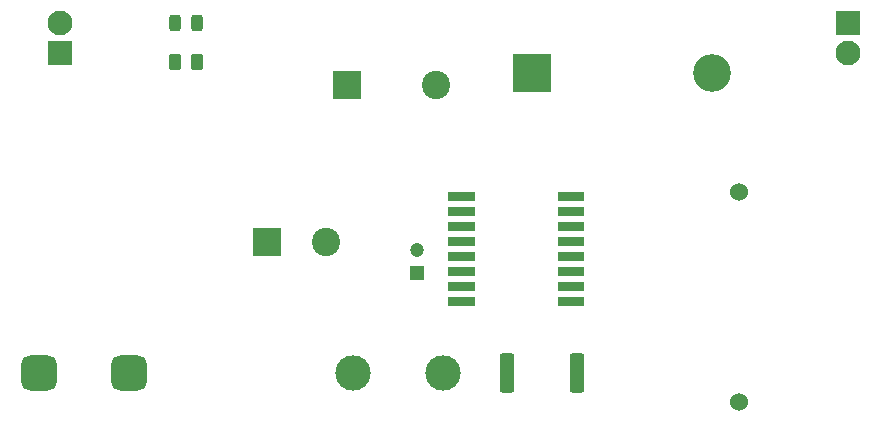
<source format=gbr>
%TF.GenerationSoftware,KiCad,Pcbnew,7.0.7*%
%TF.CreationDate,2023-09-13T14:32:17-04:00*%
%TF.ProjectId,Alim5,416c696d-352e-46b6-9963-61645f706362,rev?*%
%TF.SameCoordinates,Original*%
%TF.FileFunction,Soldermask,Top*%
%TF.FilePolarity,Negative*%
%FSLAX46Y46*%
G04 Gerber Fmt 4.6, Leading zero omitted, Abs format (unit mm)*
G04 Created by KiCad (PCBNEW 7.0.7) date 2023-09-13 14:32:17*
%MOMM*%
%LPD*%
G01*
G04 APERTURE LIST*
G04 Aperture macros list*
%AMRoundRect*
0 Rectangle with rounded corners*
0 $1 Rounding radius*
0 $2 $3 $4 $5 $6 $7 $8 $9 X,Y pos of 4 corners*
0 Add a 4 corners polygon primitive as box body*
4,1,4,$2,$3,$4,$5,$6,$7,$8,$9,$2,$3,0*
0 Add four circle primitives for the rounded corners*
1,1,$1+$1,$2,$3*
1,1,$1+$1,$4,$5*
1,1,$1+$1,$6,$7*
1,1,$1+$1,$8,$9*
0 Add four rect primitives between the rounded corners*
20,1,$1+$1,$2,$3,$4,$5,0*
20,1,$1+$1,$4,$5,$6,$7,0*
20,1,$1+$1,$6,$7,$8,$9,0*
20,1,$1+$1,$8,$9,$2,$3,0*%
G04 Aperture macros list end*
%ADD10C,0.010000*%
%ADD11C,1.524000*%
%ADD12R,2.100000X2.100000*%
%ADD13C,2.100000*%
%ADD14RoundRect,0.750000X-0.750000X-0.750000X0.750000X-0.750000X0.750000X0.750000X-0.750000X0.750000X0*%
%ADD15C,3.000000*%
%ADD16R,2.400000X2.400000*%
%ADD17C,2.400000*%
%ADD18R,3.200000X3.200000*%
%ADD19O,3.200000X3.200000*%
%ADD20RoundRect,0.243750X0.243750X0.456250X-0.243750X0.456250X-0.243750X-0.456250X0.243750X-0.456250X0*%
%ADD21RoundRect,0.250000X0.362500X1.425000X-0.362500X1.425000X-0.362500X-1.425000X0.362500X-1.425000X0*%
%ADD22R,1.200000X1.200000*%
%ADD23C,1.200000*%
%ADD24RoundRect,0.250000X-0.262500X-0.450000X0.262500X-0.450000X0.262500X0.450000X-0.262500X0.450000X0*%
G04 APERTURE END LIST*
%TO.C,U1*%
D10*
X143630500Y-103336000D02*
X143632500Y-103336000D01*
X143635500Y-103337000D01*
X143637500Y-103337000D01*
X143640500Y-103338000D01*
X143642500Y-103339000D01*
X143645500Y-103340000D01*
X143647500Y-103342000D01*
X143649500Y-103343000D01*
X143651500Y-103345000D01*
X143653500Y-103346000D01*
X143655500Y-103348000D01*
X143657500Y-103350000D01*
X143659500Y-103352000D01*
X143661500Y-103354000D01*
X143662500Y-103356000D01*
X143664500Y-103358000D01*
X143665500Y-103360000D01*
X143667500Y-103362000D01*
X143668500Y-103365000D01*
X143669500Y-103367000D01*
X143670500Y-103370000D01*
X143670500Y-103372000D01*
X143671500Y-103375000D01*
X143671500Y-103377000D01*
X143672500Y-103380000D01*
X143672500Y-103382000D01*
X143672500Y-103385000D01*
X143672500Y-104025000D01*
X143672500Y-104028000D01*
X143672500Y-104030000D01*
X143671500Y-104033000D01*
X143671500Y-104035000D01*
X143670500Y-104038000D01*
X143670500Y-104040000D01*
X143669500Y-104043000D01*
X143668500Y-104045000D01*
X143667500Y-104048000D01*
X143665500Y-104050000D01*
X143664500Y-104052000D01*
X143662500Y-104054000D01*
X143661500Y-104056000D01*
X143659500Y-104058000D01*
X143657500Y-104060000D01*
X143655500Y-104062000D01*
X143653500Y-104064000D01*
X143651500Y-104065000D01*
X143649500Y-104067000D01*
X143647500Y-104068000D01*
X143645500Y-104070000D01*
X143642500Y-104071000D01*
X143640500Y-104072000D01*
X143637500Y-104073000D01*
X143635500Y-104073000D01*
X143632500Y-104074000D01*
X143630500Y-104074000D01*
X143627500Y-104075000D01*
X143625500Y-104075000D01*
X143622500Y-104075000D01*
X141582500Y-104075000D01*
X141579500Y-104075000D01*
X141577500Y-104075000D01*
X141574500Y-104074000D01*
X141572500Y-104074000D01*
X141569500Y-104073000D01*
X141567500Y-104073000D01*
X141564500Y-104072000D01*
X141562500Y-104071000D01*
X141559500Y-104070000D01*
X141557500Y-104068000D01*
X141555500Y-104067000D01*
X141553500Y-104065000D01*
X141551500Y-104064000D01*
X141549500Y-104062000D01*
X141547500Y-104060000D01*
X141545500Y-104058000D01*
X141543500Y-104056000D01*
X141542500Y-104054000D01*
X141540500Y-104052000D01*
X141539500Y-104050000D01*
X141537500Y-104048000D01*
X141536500Y-104045000D01*
X141535500Y-104043000D01*
X141534500Y-104040000D01*
X141534500Y-104038000D01*
X141533500Y-104035000D01*
X141533500Y-104033000D01*
X141532500Y-104030000D01*
X141532500Y-104028000D01*
X141532500Y-104025000D01*
X141532500Y-103385000D01*
X141532500Y-103382000D01*
X141532500Y-103380000D01*
X141533500Y-103377000D01*
X141533500Y-103375000D01*
X141534500Y-103372000D01*
X141534500Y-103370000D01*
X141535500Y-103367000D01*
X141536500Y-103365000D01*
X141537500Y-103362000D01*
X141539500Y-103360000D01*
X141540500Y-103358000D01*
X141542500Y-103356000D01*
X141543500Y-103354000D01*
X141545500Y-103352000D01*
X141547500Y-103350000D01*
X141549500Y-103348000D01*
X141551500Y-103346000D01*
X141553500Y-103345000D01*
X141555500Y-103343000D01*
X141557500Y-103342000D01*
X141559500Y-103340000D01*
X141562500Y-103339000D01*
X141564500Y-103338000D01*
X141567500Y-103337000D01*
X141569500Y-103337000D01*
X141572500Y-103336000D01*
X141574500Y-103336000D01*
X141577500Y-103335000D01*
X141579500Y-103335000D01*
X141582500Y-103335000D01*
X143622500Y-103335000D01*
X143625500Y-103335000D01*
X143627500Y-103335000D01*
X143630500Y-103336000D01*
G36*
X143630500Y-103336000D02*
G01*
X143632500Y-103336000D01*
X143635500Y-103337000D01*
X143637500Y-103337000D01*
X143640500Y-103338000D01*
X143642500Y-103339000D01*
X143645500Y-103340000D01*
X143647500Y-103342000D01*
X143649500Y-103343000D01*
X143651500Y-103345000D01*
X143653500Y-103346000D01*
X143655500Y-103348000D01*
X143657500Y-103350000D01*
X143659500Y-103352000D01*
X143661500Y-103354000D01*
X143662500Y-103356000D01*
X143664500Y-103358000D01*
X143665500Y-103360000D01*
X143667500Y-103362000D01*
X143668500Y-103365000D01*
X143669500Y-103367000D01*
X143670500Y-103370000D01*
X143670500Y-103372000D01*
X143671500Y-103375000D01*
X143671500Y-103377000D01*
X143672500Y-103380000D01*
X143672500Y-103382000D01*
X143672500Y-103385000D01*
X143672500Y-104025000D01*
X143672500Y-104028000D01*
X143672500Y-104030000D01*
X143671500Y-104033000D01*
X143671500Y-104035000D01*
X143670500Y-104038000D01*
X143670500Y-104040000D01*
X143669500Y-104043000D01*
X143668500Y-104045000D01*
X143667500Y-104048000D01*
X143665500Y-104050000D01*
X143664500Y-104052000D01*
X143662500Y-104054000D01*
X143661500Y-104056000D01*
X143659500Y-104058000D01*
X143657500Y-104060000D01*
X143655500Y-104062000D01*
X143653500Y-104064000D01*
X143651500Y-104065000D01*
X143649500Y-104067000D01*
X143647500Y-104068000D01*
X143645500Y-104070000D01*
X143642500Y-104071000D01*
X143640500Y-104072000D01*
X143637500Y-104073000D01*
X143635500Y-104073000D01*
X143632500Y-104074000D01*
X143630500Y-104074000D01*
X143627500Y-104075000D01*
X143625500Y-104075000D01*
X143622500Y-104075000D01*
X141582500Y-104075000D01*
X141579500Y-104075000D01*
X141577500Y-104075000D01*
X141574500Y-104074000D01*
X141572500Y-104074000D01*
X141569500Y-104073000D01*
X141567500Y-104073000D01*
X141564500Y-104072000D01*
X141562500Y-104071000D01*
X141559500Y-104070000D01*
X141557500Y-104068000D01*
X141555500Y-104067000D01*
X141553500Y-104065000D01*
X141551500Y-104064000D01*
X141549500Y-104062000D01*
X141547500Y-104060000D01*
X141545500Y-104058000D01*
X141543500Y-104056000D01*
X141542500Y-104054000D01*
X141540500Y-104052000D01*
X141539500Y-104050000D01*
X141537500Y-104048000D01*
X141536500Y-104045000D01*
X141535500Y-104043000D01*
X141534500Y-104040000D01*
X141534500Y-104038000D01*
X141533500Y-104035000D01*
X141533500Y-104033000D01*
X141532500Y-104030000D01*
X141532500Y-104028000D01*
X141532500Y-104025000D01*
X141532500Y-103385000D01*
X141532500Y-103382000D01*
X141532500Y-103380000D01*
X141533500Y-103377000D01*
X141533500Y-103375000D01*
X141534500Y-103372000D01*
X141534500Y-103370000D01*
X141535500Y-103367000D01*
X141536500Y-103365000D01*
X141537500Y-103362000D01*
X141539500Y-103360000D01*
X141540500Y-103358000D01*
X141542500Y-103356000D01*
X141543500Y-103354000D01*
X141545500Y-103352000D01*
X141547500Y-103350000D01*
X141549500Y-103348000D01*
X141551500Y-103346000D01*
X141553500Y-103345000D01*
X141555500Y-103343000D01*
X141557500Y-103342000D01*
X141559500Y-103340000D01*
X141562500Y-103339000D01*
X141564500Y-103338000D01*
X141567500Y-103337000D01*
X141569500Y-103337000D01*
X141572500Y-103336000D01*
X141574500Y-103336000D01*
X141577500Y-103335000D01*
X141579500Y-103335000D01*
X141582500Y-103335000D01*
X143622500Y-103335000D01*
X143625500Y-103335000D01*
X143627500Y-103335000D01*
X143630500Y-103336000D01*
G37*
X143630500Y-104606000D02*
X143632500Y-104606000D01*
X143635500Y-104607000D01*
X143637500Y-104607000D01*
X143640500Y-104608000D01*
X143642500Y-104609000D01*
X143645500Y-104610000D01*
X143647500Y-104612000D01*
X143649500Y-104613000D01*
X143651500Y-104615000D01*
X143653500Y-104616000D01*
X143655500Y-104618000D01*
X143657500Y-104620000D01*
X143659500Y-104622000D01*
X143661500Y-104624000D01*
X143662500Y-104626000D01*
X143664500Y-104628000D01*
X143665500Y-104630000D01*
X143667500Y-104632000D01*
X143668500Y-104635000D01*
X143669500Y-104637000D01*
X143670500Y-104640000D01*
X143670500Y-104642000D01*
X143671500Y-104645000D01*
X143671500Y-104647000D01*
X143672500Y-104650000D01*
X143672500Y-104652000D01*
X143672500Y-104655000D01*
X143672500Y-105295000D01*
X143672500Y-105298000D01*
X143672500Y-105300000D01*
X143671500Y-105303000D01*
X143671500Y-105305000D01*
X143670500Y-105308000D01*
X143670500Y-105310000D01*
X143669500Y-105313000D01*
X143668500Y-105315000D01*
X143667500Y-105318000D01*
X143665500Y-105320000D01*
X143664500Y-105322000D01*
X143662500Y-105324000D01*
X143661500Y-105326000D01*
X143659500Y-105328000D01*
X143657500Y-105330000D01*
X143655500Y-105332000D01*
X143653500Y-105334000D01*
X143651500Y-105335000D01*
X143649500Y-105337000D01*
X143647500Y-105338000D01*
X143645500Y-105340000D01*
X143642500Y-105341000D01*
X143640500Y-105342000D01*
X143637500Y-105343000D01*
X143635500Y-105343000D01*
X143632500Y-105344000D01*
X143630500Y-105344000D01*
X143627500Y-105345000D01*
X143625500Y-105345000D01*
X143622500Y-105345000D01*
X141582500Y-105345000D01*
X141579500Y-105345000D01*
X141577500Y-105345000D01*
X141574500Y-105344000D01*
X141572500Y-105344000D01*
X141569500Y-105343000D01*
X141567500Y-105343000D01*
X141564500Y-105342000D01*
X141562500Y-105341000D01*
X141559500Y-105340000D01*
X141557500Y-105338000D01*
X141555500Y-105337000D01*
X141553500Y-105335000D01*
X141551500Y-105334000D01*
X141549500Y-105332000D01*
X141547500Y-105330000D01*
X141545500Y-105328000D01*
X141543500Y-105326000D01*
X141542500Y-105324000D01*
X141540500Y-105322000D01*
X141539500Y-105320000D01*
X141537500Y-105318000D01*
X141536500Y-105315000D01*
X141535500Y-105313000D01*
X141534500Y-105310000D01*
X141534500Y-105308000D01*
X141533500Y-105305000D01*
X141533500Y-105303000D01*
X141532500Y-105300000D01*
X141532500Y-105298000D01*
X141532500Y-105295000D01*
X141532500Y-104655000D01*
X141532500Y-104652000D01*
X141532500Y-104650000D01*
X141533500Y-104647000D01*
X141533500Y-104645000D01*
X141534500Y-104642000D01*
X141534500Y-104640000D01*
X141535500Y-104637000D01*
X141536500Y-104635000D01*
X141537500Y-104632000D01*
X141539500Y-104630000D01*
X141540500Y-104628000D01*
X141542500Y-104626000D01*
X141543500Y-104624000D01*
X141545500Y-104622000D01*
X141547500Y-104620000D01*
X141549500Y-104618000D01*
X141551500Y-104616000D01*
X141553500Y-104615000D01*
X141555500Y-104613000D01*
X141557500Y-104612000D01*
X141559500Y-104610000D01*
X141562500Y-104609000D01*
X141564500Y-104608000D01*
X141567500Y-104607000D01*
X141569500Y-104607000D01*
X141572500Y-104606000D01*
X141574500Y-104606000D01*
X141577500Y-104605000D01*
X141579500Y-104605000D01*
X141582500Y-104605000D01*
X143622500Y-104605000D01*
X143625500Y-104605000D01*
X143627500Y-104605000D01*
X143630500Y-104606000D01*
G36*
X143630500Y-104606000D02*
G01*
X143632500Y-104606000D01*
X143635500Y-104607000D01*
X143637500Y-104607000D01*
X143640500Y-104608000D01*
X143642500Y-104609000D01*
X143645500Y-104610000D01*
X143647500Y-104612000D01*
X143649500Y-104613000D01*
X143651500Y-104615000D01*
X143653500Y-104616000D01*
X143655500Y-104618000D01*
X143657500Y-104620000D01*
X143659500Y-104622000D01*
X143661500Y-104624000D01*
X143662500Y-104626000D01*
X143664500Y-104628000D01*
X143665500Y-104630000D01*
X143667500Y-104632000D01*
X143668500Y-104635000D01*
X143669500Y-104637000D01*
X143670500Y-104640000D01*
X143670500Y-104642000D01*
X143671500Y-104645000D01*
X143671500Y-104647000D01*
X143672500Y-104650000D01*
X143672500Y-104652000D01*
X143672500Y-104655000D01*
X143672500Y-105295000D01*
X143672500Y-105298000D01*
X143672500Y-105300000D01*
X143671500Y-105303000D01*
X143671500Y-105305000D01*
X143670500Y-105308000D01*
X143670500Y-105310000D01*
X143669500Y-105313000D01*
X143668500Y-105315000D01*
X143667500Y-105318000D01*
X143665500Y-105320000D01*
X143664500Y-105322000D01*
X143662500Y-105324000D01*
X143661500Y-105326000D01*
X143659500Y-105328000D01*
X143657500Y-105330000D01*
X143655500Y-105332000D01*
X143653500Y-105334000D01*
X143651500Y-105335000D01*
X143649500Y-105337000D01*
X143647500Y-105338000D01*
X143645500Y-105340000D01*
X143642500Y-105341000D01*
X143640500Y-105342000D01*
X143637500Y-105343000D01*
X143635500Y-105343000D01*
X143632500Y-105344000D01*
X143630500Y-105344000D01*
X143627500Y-105345000D01*
X143625500Y-105345000D01*
X143622500Y-105345000D01*
X141582500Y-105345000D01*
X141579500Y-105345000D01*
X141577500Y-105345000D01*
X141574500Y-105344000D01*
X141572500Y-105344000D01*
X141569500Y-105343000D01*
X141567500Y-105343000D01*
X141564500Y-105342000D01*
X141562500Y-105341000D01*
X141559500Y-105340000D01*
X141557500Y-105338000D01*
X141555500Y-105337000D01*
X141553500Y-105335000D01*
X141551500Y-105334000D01*
X141549500Y-105332000D01*
X141547500Y-105330000D01*
X141545500Y-105328000D01*
X141543500Y-105326000D01*
X141542500Y-105324000D01*
X141540500Y-105322000D01*
X141539500Y-105320000D01*
X141537500Y-105318000D01*
X141536500Y-105315000D01*
X141535500Y-105313000D01*
X141534500Y-105310000D01*
X141534500Y-105308000D01*
X141533500Y-105305000D01*
X141533500Y-105303000D01*
X141532500Y-105300000D01*
X141532500Y-105298000D01*
X141532500Y-105295000D01*
X141532500Y-104655000D01*
X141532500Y-104652000D01*
X141532500Y-104650000D01*
X141533500Y-104647000D01*
X141533500Y-104645000D01*
X141534500Y-104642000D01*
X141534500Y-104640000D01*
X141535500Y-104637000D01*
X141536500Y-104635000D01*
X141537500Y-104632000D01*
X141539500Y-104630000D01*
X141540500Y-104628000D01*
X141542500Y-104626000D01*
X141543500Y-104624000D01*
X141545500Y-104622000D01*
X141547500Y-104620000D01*
X141549500Y-104618000D01*
X141551500Y-104616000D01*
X141553500Y-104615000D01*
X141555500Y-104613000D01*
X141557500Y-104612000D01*
X141559500Y-104610000D01*
X141562500Y-104609000D01*
X141564500Y-104608000D01*
X141567500Y-104607000D01*
X141569500Y-104607000D01*
X141572500Y-104606000D01*
X141574500Y-104606000D01*
X141577500Y-104605000D01*
X141579500Y-104605000D01*
X141582500Y-104605000D01*
X143622500Y-104605000D01*
X143625500Y-104605000D01*
X143627500Y-104605000D01*
X143630500Y-104606000D01*
G37*
X143630500Y-105876000D02*
X143632500Y-105876000D01*
X143635500Y-105877000D01*
X143637500Y-105877000D01*
X143640500Y-105878000D01*
X143642500Y-105879000D01*
X143645500Y-105880000D01*
X143647500Y-105882000D01*
X143649500Y-105883000D01*
X143651500Y-105885000D01*
X143653500Y-105886000D01*
X143655500Y-105888000D01*
X143657500Y-105890000D01*
X143659500Y-105892000D01*
X143661500Y-105894000D01*
X143662500Y-105896000D01*
X143664500Y-105898000D01*
X143665500Y-105900000D01*
X143667500Y-105902000D01*
X143668500Y-105905000D01*
X143669500Y-105907000D01*
X143670500Y-105910000D01*
X143670500Y-105912000D01*
X143671500Y-105915000D01*
X143671500Y-105917000D01*
X143672500Y-105920000D01*
X143672500Y-105922000D01*
X143672500Y-105925000D01*
X143672500Y-106565000D01*
X143672500Y-106568000D01*
X143672500Y-106570000D01*
X143671500Y-106573000D01*
X143671500Y-106575000D01*
X143670500Y-106578000D01*
X143670500Y-106580000D01*
X143669500Y-106583000D01*
X143668500Y-106585000D01*
X143667500Y-106588000D01*
X143665500Y-106590000D01*
X143664500Y-106592000D01*
X143662500Y-106594000D01*
X143661500Y-106596000D01*
X143659500Y-106598000D01*
X143657500Y-106600000D01*
X143655500Y-106602000D01*
X143653500Y-106604000D01*
X143651500Y-106605000D01*
X143649500Y-106607000D01*
X143647500Y-106608000D01*
X143645500Y-106610000D01*
X143642500Y-106611000D01*
X143640500Y-106612000D01*
X143637500Y-106613000D01*
X143635500Y-106613000D01*
X143632500Y-106614000D01*
X143630500Y-106614000D01*
X143627500Y-106615000D01*
X143625500Y-106615000D01*
X143622500Y-106615000D01*
X141582500Y-106615000D01*
X141579500Y-106615000D01*
X141577500Y-106615000D01*
X141574500Y-106614000D01*
X141572500Y-106614000D01*
X141569500Y-106613000D01*
X141567500Y-106613000D01*
X141564500Y-106612000D01*
X141562500Y-106611000D01*
X141559500Y-106610000D01*
X141557500Y-106608000D01*
X141555500Y-106607000D01*
X141553500Y-106605000D01*
X141551500Y-106604000D01*
X141549500Y-106602000D01*
X141547500Y-106600000D01*
X141545500Y-106598000D01*
X141543500Y-106596000D01*
X141542500Y-106594000D01*
X141540500Y-106592000D01*
X141539500Y-106590000D01*
X141537500Y-106588000D01*
X141536500Y-106585000D01*
X141535500Y-106583000D01*
X141534500Y-106580000D01*
X141534500Y-106578000D01*
X141533500Y-106575000D01*
X141533500Y-106573000D01*
X141532500Y-106570000D01*
X141532500Y-106568000D01*
X141532500Y-106565000D01*
X141532500Y-105925000D01*
X141532500Y-105922000D01*
X141532500Y-105920000D01*
X141533500Y-105917000D01*
X141533500Y-105915000D01*
X141534500Y-105912000D01*
X141534500Y-105910000D01*
X141535500Y-105907000D01*
X141536500Y-105905000D01*
X141537500Y-105902000D01*
X141539500Y-105900000D01*
X141540500Y-105898000D01*
X141542500Y-105896000D01*
X141543500Y-105894000D01*
X141545500Y-105892000D01*
X141547500Y-105890000D01*
X141549500Y-105888000D01*
X141551500Y-105886000D01*
X141553500Y-105885000D01*
X141555500Y-105883000D01*
X141557500Y-105882000D01*
X141559500Y-105880000D01*
X141562500Y-105879000D01*
X141564500Y-105878000D01*
X141567500Y-105877000D01*
X141569500Y-105877000D01*
X141572500Y-105876000D01*
X141574500Y-105876000D01*
X141577500Y-105875000D01*
X141579500Y-105875000D01*
X141582500Y-105875000D01*
X143622500Y-105875000D01*
X143625500Y-105875000D01*
X143627500Y-105875000D01*
X143630500Y-105876000D01*
G36*
X143630500Y-105876000D02*
G01*
X143632500Y-105876000D01*
X143635500Y-105877000D01*
X143637500Y-105877000D01*
X143640500Y-105878000D01*
X143642500Y-105879000D01*
X143645500Y-105880000D01*
X143647500Y-105882000D01*
X143649500Y-105883000D01*
X143651500Y-105885000D01*
X143653500Y-105886000D01*
X143655500Y-105888000D01*
X143657500Y-105890000D01*
X143659500Y-105892000D01*
X143661500Y-105894000D01*
X143662500Y-105896000D01*
X143664500Y-105898000D01*
X143665500Y-105900000D01*
X143667500Y-105902000D01*
X143668500Y-105905000D01*
X143669500Y-105907000D01*
X143670500Y-105910000D01*
X143670500Y-105912000D01*
X143671500Y-105915000D01*
X143671500Y-105917000D01*
X143672500Y-105920000D01*
X143672500Y-105922000D01*
X143672500Y-105925000D01*
X143672500Y-106565000D01*
X143672500Y-106568000D01*
X143672500Y-106570000D01*
X143671500Y-106573000D01*
X143671500Y-106575000D01*
X143670500Y-106578000D01*
X143670500Y-106580000D01*
X143669500Y-106583000D01*
X143668500Y-106585000D01*
X143667500Y-106588000D01*
X143665500Y-106590000D01*
X143664500Y-106592000D01*
X143662500Y-106594000D01*
X143661500Y-106596000D01*
X143659500Y-106598000D01*
X143657500Y-106600000D01*
X143655500Y-106602000D01*
X143653500Y-106604000D01*
X143651500Y-106605000D01*
X143649500Y-106607000D01*
X143647500Y-106608000D01*
X143645500Y-106610000D01*
X143642500Y-106611000D01*
X143640500Y-106612000D01*
X143637500Y-106613000D01*
X143635500Y-106613000D01*
X143632500Y-106614000D01*
X143630500Y-106614000D01*
X143627500Y-106615000D01*
X143625500Y-106615000D01*
X143622500Y-106615000D01*
X141582500Y-106615000D01*
X141579500Y-106615000D01*
X141577500Y-106615000D01*
X141574500Y-106614000D01*
X141572500Y-106614000D01*
X141569500Y-106613000D01*
X141567500Y-106613000D01*
X141564500Y-106612000D01*
X141562500Y-106611000D01*
X141559500Y-106610000D01*
X141557500Y-106608000D01*
X141555500Y-106607000D01*
X141553500Y-106605000D01*
X141551500Y-106604000D01*
X141549500Y-106602000D01*
X141547500Y-106600000D01*
X141545500Y-106598000D01*
X141543500Y-106596000D01*
X141542500Y-106594000D01*
X141540500Y-106592000D01*
X141539500Y-106590000D01*
X141537500Y-106588000D01*
X141536500Y-106585000D01*
X141535500Y-106583000D01*
X141534500Y-106580000D01*
X141534500Y-106578000D01*
X141533500Y-106575000D01*
X141533500Y-106573000D01*
X141532500Y-106570000D01*
X141532500Y-106568000D01*
X141532500Y-106565000D01*
X141532500Y-105925000D01*
X141532500Y-105922000D01*
X141532500Y-105920000D01*
X141533500Y-105917000D01*
X141533500Y-105915000D01*
X141534500Y-105912000D01*
X141534500Y-105910000D01*
X141535500Y-105907000D01*
X141536500Y-105905000D01*
X141537500Y-105902000D01*
X141539500Y-105900000D01*
X141540500Y-105898000D01*
X141542500Y-105896000D01*
X141543500Y-105894000D01*
X141545500Y-105892000D01*
X141547500Y-105890000D01*
X141549500Y-105888000D01*
X141551500Y-105886000D01*
X141553500Y-105885000D01*
X141555500Y-105883000D01*
X141557500Y-105882000D01*
X141559500Y-105880000D01*
X141562500Y-105879000D01*
X141564500Y-105878000D01*
X141567500Y-105877000D01*
X141569500Y-105877000D01*
X141572500Y-105876000D01*
X141574500Y-105876000D01*
X141577500Y-105875000D01*
X141579500Y-105875000D01*
X141582500Y-105875000D01*
X143622500Y-105875000D01*
X143625500Y-105875000D01*
X143627500Y-105875000D01*
X143630500Y-105876000D01*
G37*
X143630500Y-107146000D02*
X143632500Y-107146000D01*
X143635500Y-107147000D01*
X143637500Y-107147000D01*
X143640500Y-107148000D01*
X143642500Y-107149000D01*
X143645500Y-107150000D01*
X143647500Y-107152000D01*
X143649500Y-107153000D01*
X143651500Y-107155000D01*
X143653500Y-107156000D01*
X143655500Y-107158000D01*
X143657500Y-107160000D01*
X143659500Y-107162000D01*
X143661500Y-107164000D01*
X143662500Y-107166000D01*
X143664500Y-107168000D01*
X143665500Y-107170000D01*
X143667500Y-107172000D01*
X143668500Y-107175000D01*
X143669500Y-107177000D01*
X143670500Y-107180000D01*
X143670500Y-107182000D01*
X143671500Y-107185000D01*
X143671500Y-107187000D01*
X143672500Y-107190000D01*
X143672500Y-107192000D01*
X143672500Y-107195000D01*
X143672500Y-107835000D01*
X143672500Y-107838000D01*
X143672500Y-107840000D01*
X143671500Y-107843000D01*
X143671500Y-107845000D01*
X143670500Y-107848000D01*
X143670500Y-107850000D01*
X143669500Y-107853000D01*
X143668500Y-107855000D01*
X143667500Y-107858000D01*
X143665500Y-107860000D01*
X143664500Y-107862000D01*
X143662500Y-107864000D01*
X143661500Y-107866000D01*
X143659500Y-107868000D01*
X143657500Y-107870000D01*
X143655500Y-107872000D01*
X143653500Y-107874000D01*
X143651500Y-107875000D01*
X143649500Y-107877000D01*
X143647500Y-107878000D01*
X143645500Y-107880000D01*
X143642500Y-107881000D01*
X143640500Y-107882000D01*
X143637500Y-107883000D01*
X143635500Y-107883000D01*
X143632500Y-107884000D01*
X143630500Y-107884000D01*
X143627500Y-107885000D01*
X143625500Y-107885000D01*
X143622500Y-107885000D01*
X141582500Y-107885000D01*
X141579500Y-107885000D01*
X141577500Y-107885000D01*
X141574500Y-107884000D01*
X141572500Y-107884000D01*
X141569500Y-107883000D01*
X141567500Y-107883000D01*
X141564500Y-107882000D01*
X141562500Y-107881000D01*
X141559500Y-107880000D01*
X141557500Y-107878000D01*
X141555500Y-107877000D01*
X141553500Y-107875000D01*
X141551500Y-107874000D01*
X141549500Y-107872000D01*
X141547500Y-107870000D01*
X141545500Y-107868000D01*
X141543500Y-107866000D01*
X141542500Y-107864000D01*
X141540500Y-107862000D01*
X141539500Y-107860000D01*
X141537500Y-107858000D01*
X141536500Y-107855000D01*
X141535500Y-107853000D01*
X141534500Y-107850000D01*
X141534500Y-107848000D01*
X141533500Y-107845000D01*
X141533500Y-107843000D01*
X141532500Y-107840000D01*
X141532500Y-107838000D01*
X141532500Y-107835000D01*
X141532500Y-107195000D01*
X141532500Y-107192000D01*
X141532500Y-107190000D01*
X141533500Y-107187000D01*
X141533500Y-107185000D01*
X141534500Y-107182000D01*
X141534500Y-107180000D01*
X141535500Y-107177000D01*
X141536500Y-107175000D01*
X141537500Y-107172000D01*
X141539500Y-107170000D01*
X141540500Y-107168000D01*
X141542500Y-107166000D01*
X141543500Y-107164000D01*
X141545500Y-107162000D01*
X141547500Y-107160000D01*
X141549500Y-107158000D01*
X141551500Y-107156000D01*
X141553500Y-107155000D01*
X141555500Y-107153000D01*
X141557500Y-107152000D01*
X141559500Y-107150000D01*
X141562500Y-107149000D01*
X141564500Y-107148000D01*
X141567500Y-107147000D01*
X141569500Y-107147000D01*
X141572500Y-107146000D01*
X141574500Y-107146000D01*
X141577500Y-107145000D01*
X141579500Y-107145000D01*
X141582500Y-107145000D01*
X143622500Y-107145000D01*
X143625500Y-107145000D01*
X143627500Y-107145000D01*
X143630500Y-107146000D01*
G36*
X143630500Y-107146000D02*
G01*
X143632500Y-107146000D01*
X143635500Y-107147000D01*
X143637500Y-107147000D01*
X143640500Y-107148000D01*
X143642500Y-107149000D01*
X143645500Y-107150000D01*
X143647500Y-107152000D01*
X143649500Y-107153000D01*
X143651500Y-107155000D01*
X143653500Y-107156000D01*
X143655500Y-107158000D01*
X143657500Y-107160000D01*
X143659500Y-107162000D01*
X143661500Y-107164000D01*
X143662500Y-107166000D01*
X143664500Y-107168000D01*
X143665500Y-107170000D01*
X143667500Y-107172000D01*
X143668500Y-107175000D01*
X143669500Y-107177000D01*
X143670500Y-107180000D01*
X143670500Y-107182000D01*
X143671500Y-107185000D01*
X143671500Y-107187000D01*
X143672500Y-107190000D01*
X143672500Y-107192000D01*
X143672500Y-107195000D01*
X143672500Y-107835000D01*
X143672500Y-107838000D01*
X143672500Y-107840000D01*
X143671500Y-107843000D01*
X143671500Y-107845000D01*
X143670500Y-107848000D01*
X143670500Y-107850000D01*
X143669500Y-107853000D01*
X143668500Y-107855000D01*
X143667500Y-107858000D01*
X143665500Y-107860000D01*
X143664500Y-107862000D01*
X143662500Y-107864000D01*
X143661500Y-107866000D01*
X143659500Y-107868000D01*
X143657500Y-107870000D01*
X143655500Y-107872000D01*
X143653500Y-107874000D01*
X143651500Y-107875000D01*
X143649500Y-107877000D01*
X143647500Y-107878000D01*
X143645500Y-107880000D01*
X143642500Y-107881000D01*
X143640500Y-107882000D01*
X143637500Y-107883000D01*
X143635500Y-107883000D01*
X143632500Y-107884000D01*
X143630500Y-107884000D01*
X143627500Y-107885000D01*
X143625500Y-107885000D01*
X143622500Y-107885000D01*
X141582500Y-107885000D01*
X141579500Y-107885000D01*
X141577500Y-107885000D01*
X141574500Y-107884000D01*
X141572500Y-107884000D01*
X141569500Y-107883000D01*
X141567500Y-107883000D01*
X141564500Y-107882000D01*
X141562500Y-107881000D01*
X141559500Y-107880000D01*
X141557500Y-107878000D01*
X141555500Y-107877000D01*
X141553500Y-107875000D01*
X141551500Y-107874000D01*
X141549500Y-107872000D01*
X141547500Y-107870000D01*
X141545500Y-107868000D01*
X141543500Y-107866000D01*
X141542500Y-107864000D01*
X141540500Y-107862000D01*
X141539500Y-107860000D01*
X141537500Y-107858000D01*
X141536500Y-107855000D01*
X141535500Y-107853000D01*
X141534500Y-107850000D01*
X141534500Y-107848000D01*
X141533500Y-107845000D01*
X141533500Y-107843000D01*
X141532500Y-107840000D01*
X141532500Y-107838000D01*
X141532500Y-107835000D01*
X141532500Y-107195000D01*
X141532500Y-107192000D01*
X141532500Y-107190000D01*
X141533500Y-107187000D01*
X141533500Y-107185000D01*
X141534500Y-107182000D01*
X141534500Y-107180000D01*
X141535500Y-107177000D01*
X141536500Y-107175000D01*
X141537500Y-107172000D01*
X141539500Y-107170000D01*
X141540500Y-107168000D01*
X141542500Y-107166000D01*
X141543500Y-107164000D01*
X141545500Y-107162000D01*
X141547500Y-107160000D01*
X141549500Y-107158000D01*
X141551500Y-107156000D01*
X141553500Y-107155000D01*
X141555500Y-107153000D01*
X141557500Y-107152000D01*
X141559500Y-107150000D01*
X141562500Y-107149000D01*
X141564500Y-107148000D01*
X141567500Y-107147000D01*
X141569500Y-107147000D01*
X141572500Y-107146000D01*
X141574500Y-107146000D01*
X141577500Y-107145000D01*
X141579500Y-107145000D01*
X141582500Y-107145000D01*
X143622500Y-107145000D01*
X143625500Y-107145000D01*
X143627500Y-107145000D01*
X143630500Y-107146000D01*
G37*
X143630500Y-108416000D02*
X143632500Y-108416000D01*
X143635500Y-108417000D01*
X143637500Y-108417000D01*
X143640500Y-108418000D01*
X143642500Y-108419000D01*
X143645500Y-108420000D01*
X143647500Y-108422000D01*
X143649500Y-108423000D01*
X143651500Y-108425000D01*
X143653500Y-108426000D01*
X143655500Y-108428000D01*
X143657500Y-108430000D01*
X143659500Y-108432000D01*
X143661500Y-108434000D01*
X143662500Y-108436000D01*
X143664500Y-108438000D01*
X143665500Y-108440000D01*
X143667500Y-108442000D01*
X143668500Y-108445000D01*
X143669500Y-108447000D01*
X143670500Y-108450000D01*
X143670500Y-108452000D01*
X143671500Y-108455000D01*
X143671500Y-108457000D01*
X143672500Y-108460000D01*
X143672500Y-108462000D01*
X143672500Y-108465000D01*
X143672500Y-109105000D01*
X143672500Y-109108000D01*
X143672500Y-109110000D01*
X143671500Y-109113000D01*
X143671500Y-109115000D01*
X143670500Y-109118000D01*
X143670500Y-109120000D01*
X143669500Y-109123000D01*
X143668500Y-109125000D01*
X143667500Y-109128000D01*
X143665500Y-109130000D01*
X143664500Y-109132000D01*
X143662500Y-109134000D01*
X143661500Y-109136000D01*
X143659500Y-109138000D01*
X143657500Y-109140000D01*
X143655500Y-109142000D01*
X143653500Y-109144000D01*
X143651500Y-109145000D01*
X143649500Y-109147000D01*
X143647500Y-109148000D01*
X143645500Y-109150000D01*
X143642500Y-109151000D01*
X143640500Y-109152000D01*
X143637500Y-109153000D01*
X143635500Y-109153000D01*
X143632500Y-109154000D01*
X143630500Y-109154000D01*
X143627500Y-109155000D01*
X143625500Y-109155000D01*
X143622500Y-109155000D01*
X141582500Y-109155000D01*
X141579500Y-109155000D01*
X141577500Y-109155000D01*
X141574500Y-109154000D01*
X141572500Y-109154000D01*
X141569500Y-109153000D01*
X141567500Y-109153000D01*
X141564500Y-109152000D01*
X141562500Y-109151000D01*
X141559500Y-109150000D01*
X141557500Y-109148000D01*
X141555500Y-109147000D01*
X141553500Y-109145000D01*
X141551500Y-109144000D01*
X141549500Y-109142000D01*
X141547500Y-109140000D01*
X141545500Y-109138000D01*
X141543500Y-109136000D01*
X141542500Y-109134000D01*
X141540500Y-109132000D01*
X141539500Y-109130000D01*
X141537500Y-109128000D01*
X141536500Y-109125000D01*
X141535500Y-109123000D01*
X141534500Y-109120000D01*
X141534500Y-109118000D01*
X141533500Y-109115000D01*
X141533500Y-109113000D01*
X141532500Y-109110000D01*
X141532500Y-109108000D01*
X141532500Y-109105000D01*
X141532500Y-108465000D01*
X141532500Y-108462000D01*
X141532500Y-108460000D01*
X141533500Y-108457000D01*
X141533500Y-108455000D01*
X141534500Y-108452000D01*
X141534500Y-108450000D01*
X141535500Y-108447000D01*
X141536500Y-108445000D01*
X141537500Y-108442000D01*
X141539500Y-108440000D01*
X141540500Y-108438000D01*
X141542500Y-108436000D01*
X141543500Y-108434000D01*
X141545500Y-108432000D01*
X141547500Y-108430000D01*
X141549500Y-108428000D01*
X141551500Y-108426000D01*
X141553500Y-108425000D01*
X141555500Y-108423000D01*
X141557500Y-108422000D01*
X141559500Y-108420000D01*
X141562500Y-108419000D01*
X141564500Y-108418000D01*
X141567500Y-108417000D01*
X141569500Y-108417000D01*
X141572500Y-108416000D01*
X141574500Y-108416000D01*
X141577500Y-108415000D01*
X141579500Y-108415000D01*
X141582500Y-108415000D01*
X143622500Y-108415000D01*
X143625500Y-108415000D01*
X143627500Y-108415000D01*
X143630500Y-108416000D01*
G36*
X143630500Y-108416000D02*
G01*
X143632500Y-108416000D01*
X143635500Y-108417000D01*
X143637500Y-108417000D01*
X143640500Y-108418000D01*
X143642500Y-108419000D01*
X143645500Y-108420000D01*
X143647500Y-108422000D01*
X143649500Y-108423000D01*
X143651500Y-108425000D01*
X143653500Y-108426000D01*
X143655500Y-108428000D01*
X143657500Y-108430000D01*
X143659500Y-108432000D01*
X143661500Y-108434000D01*
X143662500Y-108436000D01*
X143664500Y-108438000D01*
X143665500Y-108440000D01*
X143667500Y-108442000D01*
X143668500Y-108445000D01*
X143669500Y-108447000D01*
X143670500Y-108450000D01*
X143670500Y-108452000D01*
X143671500Y-108455000D01*
X143671500Y-108457000D01*
X143672500Y-108460000D01*
X143672500Y-108462000D01*
X143672500Y-108465000D01*
X143672500Y-109105000D01*
X143672500Y-109108000D01*
X143672500Y-109110000D01*
X143671500Y-109113000D01*
X143671500Y-109115000D01*
X143670500Y-109118000D01*
X143670500Y-109120000D01*
X143669500Y-109123000D01*
X143668500Y-109125000D01*
X143667500Y-109128000D01*
X143665500Y-109130000D01*
X143664500Y-109132000D01*
X143662500Y-109134000D01*
X143661500Y-109136000D01*
X143659500Y-109138000D01*
X143657500Y-109140000D01*
X143655500Y-109142000D01*
X143653500Y-109144000D01*
X143651500Y-109145000D01*
X143649500Y-109147000D01*
X143647500Y-109148000D01*
X143645500Y-109150000D01*
X143642500Y-109151000D01*
X143640500Y-109152000D01*
X143637500Y-109153000D01*
X143635500Y-109153000D01*
X143632500Y-109154000D01*
X143630500Y-109154000D01*
X143627500Y-109155000D01*
X143625500Y-109155000D01*
X143622500Y-109155000D01*
X141582500Y-109155000D01*
X141579500Y-109155000D01*
X141577500Y-109155000D01*
X141574500Y-109154000D01*
X141572500Y-109154000D01*
X141569500Y-109153000D01*
X141567500Y-109153000D01*
X141564500Y-109152000D01*
X141562500Y-109151000D01*
X141559500Y-109150000D01*
X141557500Y-109148000D01*
X141555500Y-109147000D01*
X141553500Y-109145000D01*
X141551500Y-109144000D01*
X141549500Y-109142000D01*
X141547500Y-109140000D01*
X141545500Y-109138000D01*
X141543500Y-109136000D01*
X141542500Y-109134000D01*
X141540500Y-109132000D01*
X141539500Y-109130000D01*
X141537500Y-109128000D01*
X141536500Y-109125000D01*
X141535500Y-109123000D01*
X141534500Y-109120000D01*
X141534500Y-109118000D01*
X141533500Y-109115000D01*
X141533500Y-109113000D01*
X141532500Y-109110000D01*
X141532500Y-109108000D01*
X141532500Y-109105000D01*
X141532500Y-108465000D01*
X141532500Y-108462000D01*
X141532500Y-108460000D01*
X141533500Y-108457000D01*
X141533500Y-108455000D01*
X141534500Y-108452000D01*
X141534500Y-108450000D01*
X141535500Y-108447000D01*
X141536500Y-108445000D01*
X141537500Y-108442000D01*
X141539500Y-108440000D01*
X141540500Y-108438000D01*
X141542500Y-108436000D01*
X141543500Y-108434000D01*
X141545500Y-108432000D01*
X141547500Y-108430000D01*
X141549500Y-108428000D01*
X141551500Y-108426000D01*
X141553500Y-108425000D01*
X141555500Y-108423000D01*
X141557500Y-108422000D01*
X141559500Y-108420000D01*
X141562500Y-108419000D01*
X141564500Y-108418000D01*
X141567500Y-108417000D01*
X141569500Y-108417000D01*
X141572500Y-108416000D01*
X141574500Y-108416000D01*
X141577500Y-108415000D01*
X141579500Y-108415000D01*
X141582500Y-108415000D01*
X143622500Y-108415000D01*
X143625500Y-108415000D01*
X143627500Y-108415000D01*
X143630500Y-108416000D01*
G37*
X143630500Y-109686000D02*
X143632500Y-109686000D01*
X143635500Y-109687000D01*
X143637500Y-109687000D01*
X143640500Y-109688000D01*
X143642500Y-109689000D01*
X143645500Y-109690000D01*
X143647500Y-109692000D01*
X143649500Y-109693000D01*
X143651500Y-109695000D01*
X143653500Y-109696000D01*
X143655500Y-109698000D01*
X143657500Y-109700000D01*
X143659500Y-109702000D01*
X143661500Y-109704000D01*
X143662500Y-109706000D01*
X143664500Y-109708000D01*
X143665500Y-109710000D01*
X143667500Y-109712000D01*
X143668500Y-109715000D01*
X143669500Y-109717000D01*
X143670500Y-109720000D01*
X143670500Y-109722000D01*
X143671500Y-109725000D01*
X143671500Y-109727000D01*
X143672500Y-109730000D01*
X143672500Y-109732000D01*
X143672500Y-109735000D01*
X143672500Y-110375000D01*
X143672500Y-110378000D01*
X143672500Y-110380000D01*
X143671500Y-110383000D01*
X143671500Y-110385000D01*
X143670500Y-110388000D01*
X143670500Y-110390000D01*
X143669500Y-110393000D01*
X143668500Y-110395000D01*
X143667500Y-110398000D01*
X143665500Y-110400000D01*
X143664500Y-110402000D01*
X143662500Y-110404000D01*
X143661500Y-110406000D01*
X143659500Y-110408000D01*
X143657500Y-110410000D01*
X143655500Y-110412000D01*
X143653500Y-110414000D01*
X143651500Y-110415000D01*
X143649500Y-110417000D01*
X143647500Y-110418000D01*
X143645500Y-110420000D01*
X143642500Y-110421000D01*
X143640500Y-110422000D01*
X143637500Y-110423000D01*
X143635500Y-110423000D01*
X143632500Y-110424000D01*
X143630500Y-110424000D01*
X143627500Y-110425000D01*
X143625500Y-110425000D01*
X143622500Y-110425000D01*
X141582500Y-110425000D01*
X141579500Y-110425000D01*
X141577500Y-110425000D01*
X141574500Y-110424000D01*
X141572500Y-110424000D01*
X141569500Y-110423000D01*
X141567500Y-110423000D01*
X141564500Y-110422000D01*
X141562500Y-110421000D01*
X141559500Y-110420000D01*
X141557500Y-110418000D01*
X141555500Y-110417000D01*
X141553500Y-110415000D01*
X141551500Y-110414000D01*
X141549500Y-110412000D01*
X141547500Y-110410000D01*
X141545500Y-110408000D01*
X141543500Y-110406000D01*
X141542500Y-110404000D01*
X141540500Y-110402000D01*
X141539500Y-110400000D01*
X141537500Y-110398000D01*
X141536500Y-110395000D01*
X141535500Y-110393000D01*
X141534500Y-110390000D01*
X141534500Y-110388000D01*
X141533500Y-110385000D01*
X141533500Y-110383000D01*
X141532500Y-110380000D01*
X141532500Y-110378000D01*
X141532500Y-110375000D01*
X141532500Y-109735000D01*
X141532500Y-109732000D01*
X141532500Y-109730000D01*
X141533500Y-109727000D01*
X141533500Y-109725000D01*
X141534500Y-109722000D01*
X141534500Y-109720000D01*
X141535500Y-109717000D01*
X141536500Y-109715000D01*
X141537500Y-109712000D01*
X141539500Y-109710000D01*
X141540500Y-109708000D01*
X141542500Y-109706000D01*
X141543500Y-109704000D01*
X141545500Y-109702000D01*
X141547500Y-109700000D01*
X141549500Y-109698000D01*
X141551500Y-109696000D01*
X141553500Y-109695000D01*
X141555500Y-109693000D01*
X141557500Y-109692000D01*
X141559500Y-109690000D01*
X141562500Y-109689000D01*
X141564500Y-109688000D01*
X141567500Y-109687000D01*
X141569500Y-109687000D01*
X141572500Y-109686000D01*
X141574500Y-109686000D01*
X141577500Y-109685000D01*
X141579500Y-109685000D01*
X141582500Y-109685000D01*
X143622500Y-109685000D01*
X143625500Y-109685000D01*
X143627500Y-109685000D01*
X143630500Y-109686000D01*
G36*
X143630500Y-109686000D02*
G01*
X143632500Y-109686000D01*
X143635500Y-109687000D01*
X143637500Y-109687000D01*
X143640500Y-109688000D01*
X143642500Y-109689000D01*
X143645500Y-109690000D01*
X143647500Y-109692000D01*
X143649500Y-109693000D01*
X143651500Y-109695000D01*
X143653500Y-109696000D01*
X143655500Y-109698000D01*
X143657500Y-109700000D01*
X143659500Y-109702000D01*
X143661500Y-109704000D01*
X143662500Y-109706000D01*
X143664500Y-109708000D01*
X143665500Y-109710000D01*
X143667500Y-109712000D01*
X143668500Y-109715000D01*
X143669500Y-109717000D01*
X143670500Y-109720000D01*
X143670500Y-109722000D01*
X143671500Y-109725000D01*
X143671500Y-109727000D01*
X143672500Y-109730000D01*
X143672500Y-109732000D01*
X143672500Y-109735000D01*
X143672500Y-110375000D01*
X143672500Y-110378000D01*
X143672500Y-110380000D01*
X143671500Y-110383000D01*
X143671500Y-110385000D01*
X143670500Y-110388000D01*
X143670500Y-110390000D01*
X143669500Y-110393000D01*
X143668500Y-110395000D01*
X143667500Y-110398000D01*
X143665500Y-110400000D01*
X143664500Y-110402000D01*
X143662500Y-110404000D01*
X143661500Y-110406000D01*
X143659500Y-110408000D01*
X143657500Y-110410000D01*
X143655500Y-110412000D01*
X143653500Y-110414000D01*
X143651500Y-110415000D01*
X143649500Y-110417000D01*
X143647500Y-110418000D01*
X143645500Y-110420000D01*
X143642500Y-110421000D01*
X143640500Y-110422000D01*
X143637500Y-110423000D01*
X143635500Y-110423000D01*
X143632500Y-110424000D01*
X143630500Y-110424000D01*
X143627500Y-110425000D01*
X143625500Y-110425000D01*
X143622500Y-110425000D01*
X141582500Y-110425000D01*
X141579500Y-110425000D01*
X141577500Y-110425000D01*
X141574500Y-110424000D01*
X141572500Y-110424000D01*
X141569500Y-110423000D01*
X141567500Y-110423000D01*
X141564500Y-110422000D01*
X141562500Y-110421000D01*
X141559500Y-110420000D01*
X141557500Y-110418000D01*
X141555500Y-110417000D01*
X141553500Y-110415000D01*
X141551500Y-110414000D01*
X141549500Y-110412000D01*
X141547500Y-110410000D01*
X141545500Y-110408000D01*
X141543500Y-110406000D01*
X141542500Y-110404000D01*
X141540500Y-110402000D01*
X141539500Y-110400000D01*
X141537500Y-110398000D01*
X141536500Y-110395000D01*
X141535500Y-110393000D01*
X141534500Y-110390000D01*
X141534500Y-110388000D01*
X141533500Y-110385000D01*
X141533500Y-110383000D01*
X141532500Y-110380000D01*
X141532500Y-110378000D01*
X141532500Y-110375000D01*
X141532500Y-109735000D01*
X141532500Y-109732000D01*
X141532500Y-109730000D01*
X141533500Y-109727000D01*
X141533500Y-109725000D01*
X141534500Y-109722000D01*
X141534500Y-109720000D01*
X141535500Y-109717000D01*
X141536500Y-109715000D01*
X141537500Y-109712000D01*
X141539500Y-109710000D01*
X141540500Y-109708000D01*
X141542500Y-109706000D01*
X141543500Y-109704000D01*
X141545500Y-109702000D01*
X141547500Y-109700000D01*
X141549500Y-109698000D01*
X141551500Y-109696000D01*
X141553500Y-109695000D01*
X141555500Y-109693000D01*
X141557500Y-109692000D01*
X141559500Y-109690000D01*
X141562500Y-109689000D01*
X141564500Y-109688000D01*
X141567500Y-109687000D01*
X141569500Y-109687000D01*
X141572500Y-109686000D01*
X141574500Y-109686000D01*
X141577500Y-109685000D01*
X141579500Y-109685000D01*
X141582500Y-109685000D01*
X143622500Y-109685000D01*
X143625500Y-109685000D01*
X143627500Y-109685000D01*
X143630500Y-109686000D01*
G37*
X143630500Y-110956000D02*
X143632500Y-110956000D01*
X143635500Y-110957000D01*
X143637500Y-110957000D01*
X143640500Y-110958000D01*
X143642500Y-110959000D01*
X143645500Y-110960000D01*
X143647500Y-110962000D01*
X143649500Y-110963000D01*
X143651500Y-110965000D01*
X143653500Y-110966000D01*
X143655500Y-110968000D01*
X143657500Y-110970000D01*
X143659500Y-110972000D01*
X143661500Y-110974000D01*
X143662500Y-110976000D01*
X143664500Y-110978000D01*
X143665500Y-110980000D01*
X143667500Y-110982000D01*
X143668500Y-110985000D01*
X143669500Y-110987000D01*
X143670500Y-110990000D01*
X143670500Y-110992000D01*
X143671500Y-110995000D01*
X143671500Y-110997000D01*
X143672500Y-111000000D01*
X143672500Y-111002000D01*
X143672500Y-111005000D01*
X143672500Y-111645000D01*
X143672500Y-111648000D01*
X143672500Y-111650000D01*
X143671500Y-111653000D01*
X143671500Y-111655000D01*
X143670500Y-111658000D01*
X143670500Y-111660000D01*
X143669500Y-111663000D01*
X143668500Y-111665000D01*
X143667500Y-111668000D01*
X143665500Y-111670000D01*
X143664500Y-111672000D01*
X143662500Y-111674000D01*
X143661500Y-111676000D01*
X143659500Y-111678000D01*
X143657500Y-111680000D01*
X143655500Y-111682000D01*
X143653500Y-111684000D01*
X143651500Y-111685000D01*
X143649500Y-111687000D01*
X143647500Y-111688000D01*
X143645500Y-111690000D01*
X143642500Y-111691000D01*
X143640500Y-111692000D01*
X143637500Y-111693000D01*
X143635500Y-111693000D01*
X143632500Y-111694000D01*
X143630500Y-111694000D01*
X143627500Y-111695000D01*
X143625500Y-111695000D01*
X143622500Y-111695000D01*
X141582500Y-111695000D01*
X141579500Y-111695000D01*
X141577500Y-111695000D01*
X141574500Y-111694000D01*
X141572500Y-111694000D01*
X141569500Y-111693000D01*
X141567500Y-111693000D01*
X141564500Y-111692000D01*
X141562500Y-111691000D01*
X141559500Y-111690000D01*
X141557500Y-111688000D01*
X141555500Y-111687000D01*
X141553500Y-111685000D01*
X141551500Y-111684000D01*
X141549500Y-111682000D01*
X141547500Y-111680000D01*
X141545500Y-111678000D01*
X141543500Y-111676000D01*
X141542500Y-111674000D01*
X141540500Y-111672000D01*
X141539500Y-111670000D01*
X141537500Y-111668000D01*
X141536500Y-111665000D01*
X141535500Y-111663000D01*
X141534500Y-111660000D01*
X141534500Y-111658000D01*
X141533500Y-111655000D01*
X141533500Y-111653000D01*
X141532500Y-111650000D01*
X141532500Y-111648000D01*
X141532500Y-111645000D01*
X141532500Y-111005000D01*
X141532500Y-111002000D01*
X141532500Y-111000000D01*
X141533500Y-110997000D01*
X141533500Y-110995000D01*
X141534500Y-110992000D01*
X141534500Y-110990000D01*
X141535500Y-110987000D01*
X141536500Y-110985000D01*
X141537500Y-110982000D01*
X141539500Y-110980000D01*
X141540500Y-110978000D01*
X141542500Y-110976000D01*
X141543500Y-110974000D01*
X141545500Y-110972000D01*
X141547500Y-110970000D01*
X141549500Y-110968000D01*
X141551500Y-110966000D01*
X141553500Y-110965000D01*
X141555500Y-110963000D01*
X141557500Y-110962000D01*
X141559500Y-110960000D01*
X141562500Y-110959000D01*
X141564500Y-110958000D01*
X141567500Y-110957000D01*
X141569500Y-110957000D01*
X141572500Y-110956000D01*
X141574500Y-110956000D01*
X141577500Y-110955000D01*
X141579500Y-110955000D01*
X141582500Y-110955000D01*
X143622500Y-110955000D01*
X143625500Y-110955000D01*
X143627500Y-110955000D01*
X143630500Y-110956000D01*
G36*
X143630500Y-110956000D02*
G01*
X143632500Y-110956000D01*
X143635500Y-110957000D01*
X143637500Y-110957000D01*
X143640500Y-110958000D01*
X143642500Y-110959000D01*
X143645500Y-110960000D01*
X143647500Y-110962000D01*
X143649500Y-110963000D01*
X143651500Y-110965000D01*
X143653500Y-110966000D01*
X143655500Y-110968000D01*
X143657500Y-110970000D01*
X143659500Y-110972000D01*
X143661500Y-110974000D01*
X143662500Y-110976000D01*
X143664500Y-110978000D01*
X143665500Y-110980000D01*
X143667500Y-110982000D01*
X143668500Y-110985000D01*
X143669500Y-110987000D01*
X143670500Y-110990000D01*
X143670500Y-110992000D01*
X143671500Y-110995000D01*
X143671500Y-110997000D01*
X143672500Y-111000000D01*
X143672500Y-111002000D01*
X143672500Y-111005000D01*
X143672500Y-111645000D01*
X143672500Y-111648000D01*
X143672500Y-111650000D01*
X143671500Y-111653000D01*
X143671500Y-111655000D01*
X143670500Y-111658000D01*
X143670500Y-111660000D01*
X143669500Y-111663000D01*
X143668500Y-111665000D01*
X143667500Y-111668000D01*
X143665500Y-111670000D01*
X143664500Y-111672000D01*
X143662500Y-111674000D01*
X143661500Y-111676000D01*
X143659500Y-111678000D01*
X143657500Y-111680000D01*
X143655500Y-111682000D01*
X143653500Y-111684000D01*
X143651500Y-111685000D01*
X143649500Y-111687000D01*
X143647500Y-111688000D01*
X143645500Y-111690000D01*
X143642500Y-111691000D01*
X143640500Y-111692000D01*
X143637500Y-111693000D01*
X143635500Y-111693000D01*
X143632500Y-111694000D01*
X143630500Y-111694000D01*
X143627500Y-111695000D01*
X143625500Y-111695000D01*
X143622500Y-111695000D01*
X141582500Y-111695000D01*
X141579500Y-111695000D01*
X141577500Y-111695000D01*
X141574500Y-111694000D01*
X141572500Y-111694000D01*
X141569500Y-111693000D01*
X141567500Y-111693000D01*
X141564500Y-111692000D01*
X141562500Y-111691000D01*
X141559500Y-111690000D01*
X141557500Y-111688000D01*
X141555500Y-111687000D01*
X141553500Y-111685000D01*
X141551500Y-111684000D01*
X141549500Y-111682000D01*
X141547500Y-111680000D01*
X141545500Y-111678000D01*
X141543500Y-111676000D01*
X141542500Y-111674000D01*
X141540500Y-111672000D01*
X141539500Y-111670000D01*
X141537500Y-111668000D01*
X141536500Y-111665000D01*
X141535500Y-111663000D01*
X141534500Y-111660000D01*
X141534500Y-111658000D01*
X141533500Y-111655000D01*
X141533500Y-111653000D01*
X141532500Y-111650000D01*
X141532500Y-111648000D01*
X141532500Y-111645000D01*
X141532500Y-111005000D01*
X141532500Y-111002000D01*
X141532500Y-111000000D01*
X141533500Y-110997000D01*
X141533500Y-110995000D01*
X141534500Y-110992000D01*
X141534500Y-110990000D01*
X141535500Y-110987000D01*
X141536500Y-110985000D01*
X141537500Y-110982000D01*
X141539500Y-110980000D01*
X141540500Y-110978000D01*
X141542500Y-110976000D01*
X141543500Y-110974000D01*
X141545500Y-110972000D01*
X141547500Y-110970000D01*
X141549500Y-110968000D01*
X141551500Y-110966000D01*
X141553500Y-110965000D01*
X141555500Y-110963000D01*
X141557500Y-110962000D01*
X141559500Y-110960000D01*
X141562500Y-110959000D01*
X141564500Y-110958000D01*
X141567500Y-110957000D01*
X141569500Y-110957000D01*
X141572500Y-110956000D01*
X141574500Y-110956000D01*
X141577500Y-110955000D01*
X141579500Y-110955000D01*
X141582500Y-110955000D01*
X143622500Y-110955000D01*
X143625500Y-110955000D01*
X143627500Y-110955000D01*
X143630500Y-110956000D01*
G37*
X143630500Y-112226000D02*
X143632500Y-112226000D01*
X143635500Y-112227000D01*
X143637500Y-112227000D01*
X143640500Y-112228000D01*
X143642500Y-112229000D01*
X143645500Y-112230000D01*
X143647500Y-112232000D01*
X143649500Y-112233000D01*
X143651500Y-112235000D01*
X143653500Y-112236000D01*
X143655500Y-112238000D01*
X143657500Y-112240000D01*
X143659500Y-112242000D01*
X143661500Y-112244000D01*
X143662500Y-112246000D01*
X143664500Y-112248000D01*
X143665500Y-112250000D01*
X143667500Y-112252000D01*
X143668500Y-112255000D01*
X143669500Y-112257000D01*
X143670500Y-112260000D01*
X143670500Y-112262000D01*
X143671500Y-112265000D01*
X143671500Y-112267000D01*
X143672500Y-112270000D01*
X143672500Y-112272000D01*
X143672500Y-112275000D01*
X143672500Y-112915000D01*
X143672500Y-112918000D01*
X143672500Y-112920000D01*
X143671500Y-112923000D01*
X143671500Y-112925000D01*
X143670500Y-112928000D01*
X143670500Y-112930000D01*
X143669500Y-112933000D01*
X143668500Y-112935000D01*
X143667500Y-112938000D01*
X143665500Y-112940000D01*
X143664500Y-112942000D01*
X143662500Y-112944000D01*
X143661500Y-112946000D01*
X143659500Y-112948000D01*
X143657500Y-112950000D01*
X143655500Y-112952000D01*
X143653500Y-112954000D01*
X143651500Y-112955000D01*
X143649500Y-112957000D01*
X143647500Y-112958000D01*
X143645500Y-112960000D01*
X143642500Y-112961000D01*
X143640500Y-112962000D01*
X143637500Y-112963000D01*
X143635500Y-112963000D01*
X143632500Y-112964000D01*
X143630500Y-112964000D01*
X143627500Y-112965000D01*
X143625500Y-112965000D01*
X143622500Y-112965000D01*
X141582500Y-112965000D01*
X141579500Y-112965000D01*
X141577500Y-112965000D01*
X141574500Y-112964000D01*
X141572500Y-112964000D01*
X141569500Y-112963000D01*
X141567500Y-112963000D01*
X141564500Y-112962000D01*
X141562500Y-112961000D01*
X141559500Y-112960000D01*
X141557500Y-112958000D01*
X141555500Y-112957000D01*
X141553500Y-112955000D01*
X141551500Y-112954000D01*
X141549500Y-112952000D01*
X141547500Y-112950000D01*
X141545500Y-112948000D01*
X141543500Y-112946000D01*
X141542500Y-112944000D01*
X141540500Y-112942000D01*
X141539500Y-112940000D01*
X141537500Y-112938000D01*
X141536500Y-112935000D01*
X141535500Y-112933000D01*
X141534500Y-112930000D01*
X141534500Y-112928000D01*
X141533500Y-112925000D01*
X141533500Y-112923000D01*
X141532500Y-112920000D01*
X141532500Y-112918000D01*
X141532500Y-112915000D01*
X141532500Y-112275000D01*
X141532500Y-112272000D01*
X141532500Y-112270000D01*
X141533500Y-112267000D01*
X141533500Y-112265000D01*
X141534500Y-112262000D01*
X141534500Y-112260000D01*
X141535500Y-112257000D01*
X141536500Y-112255000D01*
X141537500Y-112252000D01*
X141539500Y-112250000D01*
X141540500Y-112248000D01*
X141542500Y-112246000D01*
X141543500Y-112244000D01*
X141545500Y-112242000D01*
X141547500Y-112240000D01*
X141549500Y-112238000D01*
X141551500Y-112236000D01*
X141553500Y-112235000D01*
X141555500Y-112233000D01*
X141557500Y-112232000D01*
X141559500Y-112230000D01*
X141562500Y-112229000D01*
X141564500Y-112228000D01*
X141567500Y-112227000D01*
X141569500Y-112227000D01*
X141572500Y-112226000D01*
X141574500Y-112226000D01*
X141577500Y-112225000D01*
X141579500Y-112225000D01*
X141582500Y-112225000D01*
X143622500Y-112225000D01*
X143625500Y-112225000D01*
X143627500Y-112225000D01*
X143630500Y-112226000D01*
G36*
X143630500Y-112226000D02*
G01*
X143632500Y-112226000D01*
X143635500Y-112227000D01*
X143637500Y-112227000D01*
X143640500Y-112228000D01*
X143642500Y-112229000D01*
X143645500Y-112230000D01*
X143647500Y-112232000D01*
X143649500Y-112233000D01*
X143651500Y-112235000D01*
X143653500Y-112236000D01*
X143655500Y-112238000D01*
X143657500Y-112240000D01*
X143659500Y-112242000D01*
X143661500Y-112244000D01*
X143662500Y-112246000D01*
X143664500Y-112248000D01*
X143665500Y-112250000D01*
X143667500Y-112252000D01*
X143668500Y-112255000D01*
X143669500Y-112257000D01*
X143670500Y-112260000D01*
X143670500Y-112262000D01*
X143671500Y-112265000D01*
X143671500Y-112267000D01*
X143672500Y-112270000D01*
X143672500Y-112272000D01*
X143672500Y-112275000D01*
X143672500Y-112915000D01*
X143672500Y-112918000D01*
X143672500Y-112920000D01*
X143671500Y-112923000D01*
X143671500Y-112925000D01*
X143670500Y-112928000D01*
X143670500Y-112930000D01*
X143669500Y-112933000D01*
X143668500Y-112935000D01*
X143667500Y-112938000D01*
X143665500Y-112940000D01*
X143664500Y-112942000D01*
X143662500Y-112944000D01*
X143661500Y-112946000D01*
X143659500Y-112948000D01*
X143657500Y-112950000D01*
X143655500Y-112952000D01*
X143653500Y-112954000D01*
X143651500Y-112955000D01*
X143649500Y-112957000D01*
X143647500Y-112958000D01*
X143645500Y-112960000D01*
X143642500Y-112961000D01*
X143640500Y-112962000D01*
X143637500Y-112963000D01*
X143635500Y-112963000D01*
X143632500Y-112964000D01*
X143630500Y-112964000D01*
X143627500Y-112965000D01*
X143625500Y-112965000D01*
X143622500Y-112965000D01*
X141582500Y-112965000D01*
X141579500Y-112965000D01*
X141577500Y-112965000D01*
X141574500Y-112964000D01*
X141572500Y-112964000D01*
X141569500Y-112963000D01*
X141567500Y-112963000D01*
X141564500Y-112962000D01*
X141562500Y-112961000D01*
X141559500Y-112960000D01*
X141557500Y-112958000D01*
X141555500Y-112957000D01*
X141553500Y-112955000D01*
X141551500Y-112954000D01*
X141549500Y-112952000D01*
X141547500Y-112950000D01*
X141545500Y-112948000D01*
X141543500Y-112946000D01*
X141542500Y-112944000D01*
X141540500Y-112942000D01*
X141539500Y-112940000D01*
X141537500Y-112938000D01*
X141536500Y-112935000D01*
X141535500Y-112933000D01*
X141534500Y-112930000D01*
X141534500Y-112928000D01*
X141533500Y-112925000D01*
X141533500Y-112923000D01*
X141532500Y-112920000D01*
X141532500Y-112918000D01*
X141532500Y-112915000D01*
X141532500Y-112275000D01*
X141532500Y-112272000D01*
X141532500Y-112270000D01*
X141533500Y-112267000D01*
X141533500Y-112265000D01*
X141534500Y-112262000D01*
X141534500Y-112260000D01*
X141535500Y-112257000D01*
X141536500Y-112255000D01*
X141537500Y-112252000D01*
X141539500Y-112250000D01*
X141540500Y-112248000D01*
X141542500Y-112246000D01*
X141543500Y-112244000D01*
X141545500Y-112242000D01*
X141547500Y-112240000D01*
X141549500Y-112238000D01*
X141551500Y-112236000D01*
X141553500Y-112235000D01*
X141555500Y-112233000D01*
X141557500Y-112232000D01*
X141559500Y-112230000D01*
X141562500Y-112229000D01*
X141564500Y-112228000D01*
X141567500Y-112227000D01*
X141569500Y-112227000D01*
X141572500Y-112226000D01*
X141574500Y-112226000D01*
X141577500Y-112225000D01*
X141579500Y-112225000D01*
X141582500Y-112225000D01*
X143622500Y-112225000D01*
X143625500Y-112225000D01*
X143627500Y-112225000D01*
X143630500Y-112226000D01*
G37*
X152930500Y-103336000D02*
X152932500Y-103336000D01*
X152935500Y-103337000D01*
X152937500Y-103337000D01*
X152940500Y-103338000D01*
X152942500Y-103339000D01*
X152945500Y-103340000D01*
X152947500Y-103342000D01*
X152949500Y-103343000D01*
X152951500Y-103345000D01*
X152953500Y-103346000D01*
X152955500Y-103348000D01*
X152957500Y-103350000D01*
X152959500Y-103352000D01*
X152961500Y-103354000D01*
X152962500Y-103356000D01*
X152964500Y-103358000D01*
X152965500Y-103360000D01*
X152967500Y-103362000D01*
X152968500Y-103365000D01*
X152969500Y-103367000D01*
X152970500Y-103370000D01*
X152970500Y-103372000D01*
X152971500Y-103375000D01*
X152971500Y-103377000D01*
X152972500Y-103380000D01*
X152972500Y-103382000D01*
X152972500Y-103385000D01*
X152972500Y-104025000D01*
X152972500Y-104028000D01*
X152972500Y-104030000D01*
X152971500Y-104033000D01*
X152971500Y-104035000D01*
X152970500Y-104038000D01*
X152970500Y-104040000D01*
X152969500Y-104043000D01*
X152968500Y-104045000D01*
X152967500Y-104048000D01*
X152965500Y-104050000D01*
X152964500Y-104052000D01*
X152962500Y-104054000D01*
X152961500Y-104056000D01*
X152959500Y-104058000D01*
X152957500Y-104060000D01*
X152955500Y-104062000D01*
X152953500Y-104064000D01*
X152951500Y-104065000D01*
X152949500Y-104067000D01*
X152947500Y-104068000D01*
X152945500Y-104070000D01*
X152942500Y-104071000D01*
X152940500Y-104072000D01*
X152937500Y-104073000D01*
X152935500Y-104073000D01*
X152932500Y-104074000D01*
X152930500Y-104074000D01*
X152927500Y-104075000D01*
X152925500Y-104075000D01*
X152922500Y-104075000D01*
X150882500Y-104075000D01*
X150879500Y-104075000D01*
X150877500Y-104075000D01*
X150874500Y-104074000D01*
X150872500Y-104074000D01*
X150869500Y-104073000D01*
X150867500Y-104073000D01*
X150864500Y-104072000D01*
X150862500Y-104071000D01*
X150859500Y-104070000D01*
X150857500Y-104068000D01*
X150855500Y-104067000D01*
X150853500Y-104065000D01*
X150851500Y-104064000D01*
X150849500Y-104062000D01*
X150847500Y-104060000D01*
X150845500Y-104058000D01*
X150843500Y-104056000D01*
X150842500Y-104054000D01*
X150840500Y-104052000D01*
X150839500Y-104050000D01*
X150837500Y-104048000D01*
X150836500Y-104045000D01*
X150835500Y-104043000D01*
X150834500Y-104040000D01*
X150834500Y-104038000D01*
X150833500Y-104035000D01*
X150833500Y-104033000D01*
X150832500Y-104030000D01*
X150832500Y-104028000D01*
X150832500Y-104025000D01*
X150832500Y-103385000D01*
X150832500Y-103382000D01*
X150832500Y-103380000D01*
X150833500Y-103377000D01*
X150833500Y-103375000D01*
X150834500Y-103372000D01*
X150834500Y-103370000D01*
X150835500Y-103367000D01*
X150836500Y-103365000D01*
X150837500Y-103362000D01*
X150839500Y-103360000D01*
X150840500Y-103358000D01*
X150842500Y-103356000D01*
X150843500Y-103354000D01*
X150845500Y-103352000D01*
X150847500Y-103350000D01*
X150849500Y-103348000D01*
X150851500Y-103346000D01*
X150853500Y-103345000D01*
X150855500Y-103343000D01*
X150857500Y-103342000D01*
X150859500Y-103340000D01*
X150862500Y-103339000D01*
X150864500Y-103338000D01*
X150867500Y-103337000D01*
X150869500Y-103337000D01*
X150872500Y-103336000D01*
X150874500Y-103336000D01*
X150877500Y-103335000D01*
X150879500Y-103335000D01*
X150882500Y-103335000D01*
X152922500Y-103335000D01*
X152925500Y-103335000D01*
X152927500Y-103335000D01*
X152930500Y-103336000D01*
G36*
X152930500Y-103336000D02*
G01*
X152932500Y-103336000D01*
X152935500Y-103337000D01*
X152937500Y-103337000D01*
X152940500Y-103338000D01*
X152942500Y-103339000D01*
X152945500Y-103340000D01*
X152947500Y-103342000D01*
X152949500Y-103343000D01*
X152951500Y-103345000D01*
X152953500Y-103346000D01*
X152955500Y-103348000D01*
X152957500Y-103350000D01*
X152959500Y-103352000D01*
X152961500Y-103354000D01*
X152962500Y-103356000D01*
X152964500Y-103358000D01*
X152965500Y-103360000D01*
X152967500Y-103362000D01*
X152968500Y-103365000D01*
X152969500Y-103367000D01*
X152970500Y-103370000D01*
X152970500Y-103372000D01*
X152971500Y-103375000D01*
X152971500Y-103377000D01*
X152972500Y-103380000D01*
X152972500Y-103382000D01*
X152972500Y-103385000D01*
X152972500Y-104025000D01*
X152972500Y-104028000D01*
X152972500Y-104030000D01*
X152971500Y-104033000D01*
X152971500Y-104035000D01*
X152970500Y-104038000D01*
X152970500Y-104040000D01*
X152969500Y-104043000D01*
X152968500Y-104045000D01*
X152967500Y-104048000D01*
X152965500Y-104050000D01*
X152964500Y-104052000D01*
X152962500Y-104054000D01*
X152961500Y-104056000D01*
X152959500Y-104058000D01*
X152957500Y-104060000D01*
X152955500Y-104062000D01*
X152953500Y-104064000D01*
X152951500Y-104065000D01*
X152949500Y-104067000D01*
X152947500Y-104068000D01*
X152945500Y-104070000D01*
X152942500Y-104071000D01*
X152940500Y-104072000D01*
X152937500Y-104073000D01*
X152935500Y-104073000D01*
X152932500Y-104074000D01*
X152930500Y-104074000D01*
X152927500Y-104075000D01*
X152925500Y-104075000D01*
X152922500Y-104075000D01*
X150882500Y-104075000D01*
X150879500Y-104075000D01*
X150877500Y-104075000D01*
X150874500Y-104074000D01*
X150872500Y-104074000D01*
X150869500Y-104073000D01*
X150867500Y-104073000D01*
X150864500Y-104072000D01*
X150862500Y-104071000D01*
X150859500Y-104070000D01*
X150857500Y-104068000D01*
X150855500Y-104067000D01*
X150853500Y-104065000D01*
X150851500Y-104064000D01*
X150849500Y-104062000D01*
X150847500Y-104060000D01*
X150845500Y-104058000D01*
X150843500Y-104056000D01*
X150842500Y-104054000D01*
X150840500Y-104052000D01*
X150839500Y-104050000D01*
X150837500Y-104048000D01*
X150836500Y-104045000D01*
X150835500Y-104043000D01*
X150834500Y-104040000D01*
X150834500Y-104038000D01*
X150833500Y-104035000D01*
X150833500Y-104033000D01*
X150832500Y-104030000D01*
X150832500Y-104028000D01*
X150832500Y-104025000D01*
X150832500Y-103385000D01*
X150832500Y-103382000D01*
X150832500Y-103380000D01*
X150833500Y-103377000D01*
X150833500Y-103375000D01*
X150834500Y-103372000D01*
X150834500Y-103370000D01*
X150835500Y-103367000D01*
X150836500Y-103365000D01*
X150837500Y-103362000D01*
X150839500Y-103360000D01*
X150840500Y-103358000D01*
X150842500Y-103356000D01*
X150843500Y-103354000D01*
X150845500Y-103352000D01*
X150847500Y-103350000D01*
X150849500Y-103348000D01*
X150851500Y-103346000D01*
X150853500Y-103345000D01*
X150855500Y-103343000D01*
X150857500Y-103342000D01*
X150859500Y-103340000D01*
X150862500Y-103339000D01*
X150864500Y-103338000D01*
X150867500Y-103337000D01*
X150869500Y-103337000D01*
X150872500Y-103336000D01*
X150874500Y-103336000D01*
X150877500Y-103335000D01*
X150879500Y-103335000D01*
X150882500Y-103335000D01*
X152922500Y-103335000D01*
X152925500Y-103335000D01*
X152927500Y-103335000D01*
X152930500Y-103336000D01*
G37*
X152930500Y-104606000D02*
X152932500Y-104606000D01*
X152935500Y-104607000D01*
X152937500Y-104607000D01*
X152940500Y-104608000D01*
X152942500Y-104609000D01*
X152945500Y-104610000D01*
X152947500Y-104612000D01*
X152949500Y-104613000D01*
X152951500Y-104615000D01*
X152953500Y-104616000D01*
X152955500Y-104618000D01*
X152957500Y-104620000D01*
X152959500Y-104622000D01*
X152961500Y-104624000D01*
X152962500Y-104626000D01*
X152964500Y-104628000D01*
X152965500Y-104630000D01*
X152967500Y-104632000D01*
X152968500Y-104635000D01*
X152969500Y-104637000D01*
X152970500Y-104640000D01*
X152970500Y-104642000D01*
X152971500Y-104645000D01*
X152971500Y-104647000D01*
X152972500Y-104650000D01*
X152972500Y-104652000D01*
X152972500Y-104655000D01*
X152972500Y-105295000D01*
X152972500Y-105298000D01*
X152972500Y-105300000D01*
X152971500Y-105303000D01*
X152971500Y-105305000D01*
X152970500Y-105308000D01*
X152970500Y-105310000D01*
X152969500Y-105313000D01*
X152968500Y-105315000D01*
X152967500Y-105318000D01*
X152965500Y-105320000D01*
X152964500Y-105322000D01*
X152962500Y-105324000D01*
X152961500Y-105326000D01*
X152959500Y-105328000D01*
X152957500Y-105330000D01*
X152955500Y-105332000D01*
X152953500Y-105334000D01*
X152951500Y-105335000D01*
X152949500Y-105337000D01*
X152947500Y-105338000D01*
X152945500Y-105340000D01*
X152942500Y-105341000D01*
X152940500Y-105342000D01*
X152937500Y-105343000D01*
X152935500Y-105343000D01*
X152932500Y-105344000D01*
X152930500Y-105344000D01*
X152927500Y-105345000D01*
X152925500Y-105345000D01*
X152922500Y-105345000D01*
X150882500Y-105345000D01*
X150879500Y-105345000D01*
X150877500Y-105345000D01*
X150874500Y-105344000D01*
X150872500Y-105344000D01*
X150869500Y-105343000D01*
X150867500Y-105343000D01*
X150864500Y-105342000D01*
X150862500Y-105341000D01*
X150859500Y-105340000D01*
X150857500Y-105338000D01*
X150855500Y-105337000D01*
X150853500Y-105335000D01*
X150851500Y-105334000D01*
X150849500Y-105332000D01*
X150847500Y-105330000D01*
X150845500Y-105328000D01*
X150843500Y-105326000D01*
X150842500Y-105324000D01*
X150840500Y-105322000D01*
X150839500Y-105320000D01*
X150837500Y-105318000D01*
X150836500Y-105315000D01*
X150835500Y-105313000D01*
X150834500Y-105310000D01*
X150834500Y-105308000D01*
X150833500Y-105305000D01*
X150833500Y-105303000D01*
X150832500Y-105300000D01*
X150832500Y-105298000D01*
X150832500Y-105295000D01*
X150832500Y-104655000D01*
X150832500Y-104652000D01*
X150832500Y-104650000D01*
X150833500Y-104647000D01*
X150833500Y-104645000D01*
X150834500Y-104642000D01*
X150834500Y-104640000D01*
X150835500Y-104637000D01*
X150836500Y-104635000D01*
X150837500Y-104632000D01*
X150839500Y-104630000D01*
X150840500Y-104628000D01*
X150842500Y-104626000D01*
X150843500Y-104624000D01*
X150845500Y-104622000D01*
X150847500Y-104620000D01*
X150849500Y-104618000D01*
X150851500Y-104616000D01*
X150853500Y-104615000D01*
X150855500Y-104613000D01*
X150857500Y-104612000D01*
X150859500Y-104610000D01*
X150862500Y-104609000D01*
X150864500Y-104608000D01*
X150867500Y-104607000D01*
X150869500Y-104607000D01*
X150872500Y-104606000D01*
X150874500Y-104606000D01*
X150877500Y-104605000D01*
X150879500Y-104605000D01*
X150882500Y-104605000D01*
X152922500Y-104605000D01*
X152925500Y-104605000D01*
X152927500Y-104605000D01*
X152930500Y-104606000D01*
G36*
X152930500Y-104606000D02*
G01*
X152932500Y-104606000D01*
X152935500Y-104607000D01*
X152937500Y-104607000D01*
X152940500Y-104608000D01*
X152942500Y-104609000D01*
X152945500Y-104610000D01*
X152947500Y-104612000D01*
X152949500Y-104613000D01*
X152951500Y-104615000D01*
X152953500Y-104616000D01*
X152955500Y-104618000D01*
X152957500Y-104620000D01*
X152959500Y-104622000D01*
X152961500Y-104624000D01*
X152962500Y-104626000D01*
X152964500Y-104628000D01*
X152965500Y-104630000D01*
X152967500Y-104632000D01*
X152968500Y-104635000D01*
X152969500Y-104637000D01*
X152970500Y-104640000D01*
X152970500Y-104642000D01*
X152971500Y-104645000D01*
X152971500Y-104647000D01*
X152972500Y-104650000D01*
X152972500Y-104652000D01*
X152972500Y-104655000D01*
X152972500Y-105295000D01*
X152972500Y-105298000D01*
X152972500Y-105300000D01*
X152971500Y-105303000D01*
X152971500Y-105305000D01*
X152970500Y-105308000D01*
X152970500Y-105310000D01*
X152969500Y-105313000D01*
X152968500Y-105315000D01*
X152967500Y-105318000D01*
X152965500Y-105320000D01*
X152964500Y-105322000D01*
X152962500Y-105324000D01*
X152961500Y-105326000D01*
X152959500Y-105328000D01*
X152957500Y-105330000D01*
X152955500Y-105332000D01*
X152953500Y-105334000D01*
X152951500Y-105335000D01*
X152949500Y-105337000D01*
X152947500Y-105338000D01*
X152945500Y-105340000D01*
X152942500Y-105341000D01*
X152940500Y-105342000D01*
X152937500Y-105343000D01*
X152935500Y-105343000D01*
X152932500Y-105344000D01*
X152930500Y-105344000D01*
X152927500Y-105345000D01*
X152925500Y-105345000D01*
X152922500Y-105345000D01*
X150882500Y-105345000D01*
X150879500Y-105345000D01*
X150877500Y-105345000D01*
X150874500Y-105344000D01*
X150872500Y-105344000D01*
X150869500Y-105343000D01*
X150867500Y-105343000D01*
X150864500Y-105342000D01*
X150862500Y-105341000D01*
X150859500Y-105340000D01*
X150857500Y-105338000D01*
X150855500Y-105337000D01*
X150853500Y-105335000D01*
X150851500Y-105334000D01*
X150849500Y-105332000D01*
X150847500Y-105330000D01*
X150845500Y-105328000D01*
X150843500Y-105326000D01*
X150842500Y-105324000D01*
X150840500Y-105322000D01*
X150839500Y-105320000D01*
X150837500Y-105318000D01*
X150836500Y-105315000D01*
X150835500Y-105313000D01*
X150834500Y-105310000D01*
X150834500Y-105308000D01*
X150833500Y-105305000D01*
X150833500Y-105303000D01*
X150832500Y-105300000D01*
X150832500Y-105298000D01*
X150832500Y-105295000D01*
X150832500Y-104655000D01*
X150832500Y-104652000D01*
X150832500Y-104650000D01*
X150833500Y-104647000D01*
X150833500Y-104645000D01*
X150834500Y-104642000D01*
X150834500Y-104640000D01*
X150835500Y-104637000D01*
X150836500Y-104635000D01*
X150837500Y-104632000D01*
X150839500Y-104630000D01*
X150840500Y-104628000D01*
X150842500Y-104626000D01*
X150843500Y-104624000D01*
X150845500Y-104622000D01*
X150847500Y-104620000D01*
X150849500Y-104618000D01*
X150851500Y-104616000D01*
X150853500Y-104615000D01*
X150855500Y-104613000D01*
X150857500Y-104612000D01*
X150859500Y-104610000D01*
X150862500Y-104609000D01*
X150864500Y-104608000D01*
X150867500Y-104607000D01*
X150869500Y-104607000D01*
X150872500Y-104606000D01*
X150874500Y-104606000D01*
X150877500Y-104605000D01*
X150879500Y-104605000D01*
X150882500Y-104605000D01*
X152922500Y-104605000D01*
X152925500Y-104605000D01*
X152927500Y-104605000D01*
X152930500Y-104606000D01*
G37*
X152930500Y-105876000D02*
X152932500Y-105876000D01*
X152935500Y-105877000D01*
X152937500Y-105877000D01*
X152940500Y-105878000D01*
X152942500Y-105879000D01*
X152945500Y-105880000D01*
X152947500Y-105882000D01*
X152949500Y-105883000D01*
X152951500Y-105885000D01*
X152953500Y-105886000D01*
X152955500Y-105888000D01*
X152957500Y-105890000D01*
X152959500Y-105892000D01*
X152961500Y-105894000D01*
X152962500Y-105896000D01*
X152964500Y-105898000D01*
X152965500Y-105900000D01*
X152967500Y-105902000D01*
X152968500Y-105905000D01*
X152969500Y-105907000D01*
X152970500Y-105910000D01*
X152970500Y-105912000D01*
X152971500Y-105915000D01*
X152971500Y-105917000D01*
X152972500Y-105920000D01*
X152972500Y-105922000D01*
X152972500Y-105925000D01*
X152972500Y-106565000D01*
X152972500Y-106568000D01*
X152972500Y-106570000D01*
X152971500Y-106573000D01*
X152971500Y-106575000D01*
X152970500Y-106578000D01*
X152970500Y-106580000D01*
X152969500Y-106583000D01*
X152968500Y-106585000D01*
X152967500Y-106588000D01*
X152965500Y-106590000D01*
X152964500Y-106592000D01*
X152962500Y-106594000D01*
X152961500Y-106596000D01*
X152959500Y-106598000D01*
X152957500Y-106600000D01*
X152955500Y-106602000D01*
X152953500Y-106604000D01*
X152951500Y-106605000D01*
X152949500Y-106607000D01*
X152947500Y-106608000D01*
X152945500Y-106610000D01*
X152942500Y-106611000D01*
X152940500Y-106612000D01*
X152937500Y-106613000D01*
X152935500Y-106613000D01*
X152932500Y-106614000D01*
X152930500Y-106614000D01*
X152927500Y-106615000D01*
X152925500Y-106615000D01*
X152922500Y-106615000D01*
X150882500Y-106615000D01*
X150879500Y-106615000D01*
X150877500Y-106615000D01*
X150874500Y-106614000D01*
X150872500Y-106614000D01*
X150869500Y-106613000D01*
X150867500Y-106613000D01*
X150864500Y-106612000D01*
X150862500Y-106611000D01*
X150859500Y-106610000D01*
X150857500Y-106608000D01*
X150855500Y-106607000D01*
X150853500Y-106605000D01*
X150851500Y-106604000D01*
X150849500Y-106602000D01*
X150847500Y-106600000D01*
X150845500Y-106598000D01*
X150843500Y-106596000D01*
X150842500Y-106594000D01*
X150840500Y-106592000D01*
X150839500Y-106590000D01*
X150837500Y-106588000D01*
X150836500Y-106585000D01*
X150835500Y-106583000D01*
X150834500Y-106580000D01*
X150834500Y-106578000D01*
X150833500Y-106575000D01*
X150833500Y-106573000D01*
X150832500Y-106570000D01*
X150832500Y-106568000D01*
X150832500Y-106565000D01*
X150832500Y-105925000D01*
X150832500Y-105922000D01*
X150832500Y-105920000D01*
X150833500Y-105917000D01*
X150833500Y-105915000D01*
X150834500Y-105912000D01*
X150834500Y-105910000D01*
X150835500Y-105907000D01*
X150836500Y-105905000D01*
X150837500Y-105902000D01*
X150839500Y-105900000D01*
X150840500Y-105898000D01*
X150842500Y-105896000D01*
X150843500Y-105894000D01*
X150845500Y-105892000D01*
X150847500Y-105890000D01*
X150849500Y-105888000D01*
X150851500Y-105886000D01*
X150853500Y-105885000D01*
X150855500Y-105883000D01*
X150857500Y-105882000D01*
X150859500Y-105880000D01*
X150862500Y-105879000D01*
X150864500Y-105878000D01*
X150867500Y-105877000D01*
X150869500Y-105877000D01*
X150872500Y-105876000D01*
X150874500Y-105876000D01*
X150877500Y-105875000D01*
X150879500Y-105875000D01*
X150882500Y-105875000D01*
X152922500Y-105875000D01*
X152925500Y-105875000D01*
X152927500Y-105875000D01*
X152930500Y-105876000D01*
G36*
X152930500Y-105876000D02*
G01*
X152932500Y-105876000D01*
X152935500Y-105877000D01*
X152937500Y-105877000D01*
X152940500Y-105878000D01*
X152942500Y-105879000D01*
X152945500Y-105880000D01*
X152947500Y-105882000D01*
X152949500Y-105883000D01*
X152951500Y-105885000D01*
X152953500Y-105886000D01*
X152955500Y-105888000D01*
X152957500Y-105890000D01*
X152959500Y-105892000D01*
X152961500Y-105894000D01*
X152962500Y-105896000D01*
X152964500Y-105898000D01*
X152965500Y-105900000D01*
X152967500Y-105902000D01*
X152968500Y-105905000D01*
X152969500Y-105907000D01*
X152970500Y-105910000D01*
X152970500Y-105912000D01*
X152971500Y-105915000D01*
X152971500Y-105917000D01*
X152972500Y-105920000D01*
X152972500Y-105922000D01*
X152972500Y-105925000D01*
X152972500Y-106565000D01*
X152972500Y-106568000D01*
X152972500Y-106570000D01*
X152971500Y-106573000D01*
X152971500Y-106575000D01*
X152970500Y-106578000D01*
X152970500Y-106580000D01*
X152969500Y-106583000D01*
X152968500Y-106585000D01*
X152967500Y-106588000D01*
X152965500Y-106590000D01*
X152964500Y-106592000D01*
X152962500Y-106594000D01*
X152961500Y-106596000D01*
X152959500Y-106598000D01*
X152957500Y-106600000D01*
X152955500Y-106602000D01*
X152953500Y-106604000D01*
X152951500Y-106605000D01*
X152949500Y-106607000D01*
X152947500Y-106608000D01*
X152945500Y-106610000D01*
X152942500Y-106611000D01*
X152940500Y-106612000D01*
X152937500Y-106613000D01*
X152935500Y-106613000D01*
X152932500Y-106614000D01*
X152930500Y-106614000D01*
X152927500Y-106615000D01*
X152925500Y-106615000D01*
X152922500Y-106615000D01*
X150882500Y-106615000D01*
X150879500Y-106615000D01*
X150877500Y-106615000D01*
X150874500Y-106614000D01*
X150872500Y-106614000D01*
X150869500Y-106613000D01*
X150867500Y-106613000D01*
X150864500Y-106612000D01*
X150862500Y-106611000D01*
X150859500Y-106610000D01*
X150857500Y-106608000D01*
X150855500Y-106607000D01*
X150853500Y-106605000D01*
X150851500Y-106604000D01*
X150849500Y-106602000D01*
X150847500Y-106600000D01*
X150845500Y-106598000D01*
X150843500Y-106596000D01*
X150842500Y-106594000D01*
X150840500Y-106592000D01*
X150839500Y-106590000D01*
X150837500Y-106588000D01*
X150836500Y-106585000D01*
X150835500Y-106583000D01*
X150834500Y-106580000D01*
X150834500Y-106578000D01*
X150833500Y-106575000D01*
X150833500Y-106573000D01*
X150832500Y-106570000D01*
X150832500Y-106568000D01*
X150832500Y-106565000D01*
X150832500Y-105925000D01*
X150832500Y-105922000D01*
X150832500Y-105920000D01*
X150833500Y-105917000D01*
X150833500Y-105915000D01*
X150834500Y-105912000D01*
X150834500Y-105910000D01*
X150835500Y-105907000D01*
X150836500Y-105905000D01*
X150837500Y-105902000D01*
X150839500Y-105900000D01*
X150840500Y-105898000D01*
X150842500Y-105896000D01*
X150843500Y-105894000D01*
X150845500Y-105892000D01*
X150847500Y-105890000D01*
X150849500Y-105888000D01*
X150851500Y-105886000D01*
X150853500Y-105885000D01*
X150855500Y-105883000D01*
X150857500Y-105882000D01*
X150859500Y-105880000D01*
X150862500Y-105879000D01*
X150864500Y-105878000D01*
X150867500Y-105877000D01*
X150869500Y-105877000D01*
X150872500Y-105876000D01*
X150874500Y-105876000D01*
X150877500Y-105875000D01*
X150879500Y-105875000D01*
X150882500Y-105875000D01*
X152922500Y-105875000D01*
X152925500Y-105875000D01*
X152927500Y-105875000D01*
X152930500Y-105876000D01*
G37*
X152930500Y-107146000D02*
X152932500Y-107146000D01*
X152935500Y-107147000D01*
X152937500Y-107147000D01*
X152940500Y-107148000D01*
X152942500Y-107149000D01*
X152945500Y-107150000D01*
X152947500Y-107152000D01*
X152949500Y-107153000D01*
X152951500Y-107155000D01*
X152953500Y-107156000D01*
X152955500Y-107158000D01*
X152957500Y-107160000D01*
X152959500Y-107162000D01*
X152961500Y-107164000D01*
X152962500Y-107166000D01*
X152964500Y-107168000D01*
X152965500Y-107170000D01*
X152967500Y-107172000D01*
X152968500Y-107175000D01*
X152969500Y-107177000D01*
X152970500Y-107180000D01*
X152970500Y-107182000D01*
X152971500Y-107185000D01*
X152971500Y-107187000D01*
X152972500Y-107190000D01*
X152972500Y-107192000D01*
X152972500Y-107195000D01*
X152972500Y-107835000D01*
X152972500Y-107838000D01*
X152972500Y-107840000D01*
X152971500Y-107843000D01*
X152971500Y-107845000D01*
X152970500Y-107848000D01*
X152970500Y-107850000D01*
X152969500Y-107853000D01*
X152968500Y-107855000D01*
X152967500Y-107858000D01*
X152965500Y-107860000D01*
X152964500Y-107862000D01*
X152962500Y-107864000D01*
X152961500Y-107866000D01*
X152959500Y-107868000D01*
X152957500Y-107870000D01*
X152955500Y-107872000D01*
X152953500Y-107874000D01*
X152951500Y-107875000D01*
X152949500Y-107877000D01*
X152947500Y-107878000D01*
X152945500Y-107880000D01*
X152942500Y-107881000D01*
X152940500Y-107882000D01*
X152937500Y-107883000D01*
X152935500Y-107883000D01*
X152932500Y-107884000D01*
X152930500Y-107884000D01*
X152927500Y-107885000D01*
X152925500Y-107885000D01*
X152922500Y-107885000D01*
X150882500Y-107885000D01*
X150879500Y-107885000D01*
X150877500Y-107885000D01*
X150874500Y-107884000D01*
X150872500Y-107884000D01*
X150869500Y-107883000D01*
X150867500Y-107883000D01*
X150864500Y-107882000D01*
X150862500Y-107881000D01*
X150859500Y-107880000D01*
X150857500Y-107878000D01*
X150855500Y-107877000D01*
X150853500Y-107875000D01*
X150851500Y-107874000D01*
X150849500Y-107872000D01*
X150847500Y-107870000D01*
X150845500Y-107868000D01*
X150843500Y-107866000D01*
X150842500Y-107864000D01*
X150840500Y-107862000D01*
X150839500Y-107860000D01*
X150837500Y-107858000D01*
X150836500Y-107855000D01*
X150835500Y-107853000D01*
X150834500Y-107850000D01*
X150834500Y-107848000D01*
X150833500Y-107845000D01*
X150833500Y-107843000D01*
X150832500Y-107840000D01*
X150832500Y-107838000D01*
X150832500Y-107835000D01*
X150832500Y-107195000D01*
X150832500Y-107192000D01*
X150832500Y-107190000D01*
X150833500Y-107187000D01*
X150833500Y-107185000D01*
X150834500Y-107182000D01*
X150834500Y-107180000D01*
X150835500Y-107177000D01*
X150836500Y-107175000D01*
X150837500Y-107172000D01*
X150839500Y-107170000D01*
X150840500Y-107168000D01*
X150842500Y-107166000D01*
X150843500Y-107164000D01*
X150845500Y-107162000D01*
X150847500Y-107160000D01*
X150849500Y-107158000D01*
X150851500Y-107156000D01*
X150853500Y-107155000D01*
X150855500Y-107153000D01*
X150857500Y-107152000D01*
X150859500Y-107150000D01*
X150862500Y-107149000D01*
X150864500Y-107148000D01*
X150867500Y-107147000D01*
X150869500Y-107147000D01*
X150872500Y-107146000D01*
X150874500Y-107146000D01*
X150877500Y-107145000D01*
X150879500Y-107145000D01*
X150882500Y-107145000D01*
X152922500Y-107145000D01*
X152925500Y-107145000D01*
X152927500Y-107145000D01*
X152930500Y-107146000D01*
G36*
X152930500Y-107146000D02*
G01*
X152932500Y-107146000D01*
X152935500Y-107147000D01*
X152937500Y-107147000D01*
X152940500Y-107148000D01*
X152942500Y-107149000D01*
X152945500Y-107150000D01*
X152947500Y-107152000D01*
X152949500Y-107153000D01*
X152951500Y-107155000D01*
X152953500Y-107156000D01*
X152955500Y-107158000D01*
X152957500Y-107160000D01*
X152959500Y-107162000D01*
X152961500Y-107164000D01*
X152962500Y-107166000D01*
X152964500Y-107168000D01*
X152965500Y-107170000D01*
X152967500Y-107172000D01*
X152968500Y-107175000D01*
X152969500Y-107177000D01*
X152970500Y-107180000D01*
X152970500Y-107182000D01*
X152971500Y-107185000D01*
X152971500Y-107187000D01*
X152972500Y-107190000D01*
X152972500Y-107192000D01*
X152972500Y-107195000D01*
X152972500Y-107835000D01*
X152972500Y-107838000D01*
X152972500Y-107840000D01*
X152971500Y-107843000D01*
X152971500Y-107845000D01*
X152970500Y-107848000D01*
X152970500Y-107850000D01*
X152969500Y-107853000D01*
X152968500Y-107855000D01*
X152967500Y-107858000D01*
X152965500Y-107860000D01*
X152964500Y-107862000D01*
X152962500Y-107864000D01*
X152961500Y-107866000D01*
X152959500Y-107868000D01*
X152957500Y-107870000D01*
X152955500Y-107872000D01*
X152953500Y-107874000D01*
X152951500Y-107875000D01*
X152949500Y-107877000D01*
X152947500Y-107878000D01*
X152945500Y-107880000D01*
X152942500Y-107881000D01*
X152940500Y-107882000D01*
X152937500Y-107883000D01*
X152935500Y-107883000D01*
X152932500Y-107884000D01*
X152930500Y-107884000D01*
X152927500Y-107885000D01*
X152925500Y-107885000D01*
X152922500Y-107885000D01*
X150882500Y-107885000D01*
X150879500Y-107885000D01*
X150877500Y-107885000D01*
X150874500Y-107884000D01*
X150872500Y-107884000D01*
X150869500Y-107883000D01*
X150867500Y-107883000D01*
X150864500Y-107882000D01*
X150862500Y-107881000D01*
X150859500Y-107880000D01*
X150857500Y-107878000D01*
X150855500Y-107877000D01*
X150853500Y-107875000D01*
X150851500Y-107874000D01*
X150849500Y-107872000D01*
X150847500Y-107870000D01*
X150845500Y-107868000D01*
X150843500Y-107866000D01*
X150842500Y-107864000D01*
X150840500Y-107862000D01*
X150839500Y-107860000D01*
X150837500Y-107858000D01*
X150836500Y-107855000D01*
X150835500Y-107853000D01*
X150834500Y-107850000D01*
X150834500Y-107848000D01*
X150833500Y-107845000D01*
X150833500Y-107843000D01*
X150832500Y-107840000D01*
X150832500Y-107838000D01*
X150832500Y-107835000D01*
X150832500Y-107195000D01*
X150832500Y-107192000D01*
X150832500Y-107190000D01*
X150833500Y-107187000D01*
X150833500Y-107185000D01*
X150834500Y-107182000D01*
X150834500Y-107180000D01*
X150835500Y-107177000D01*
X150836500Y-107175000D01*
X150837500Y-107172000D01*
X150839500Y-107170000D01*
X150840500Y-107168000D01*
X150842500Y-107166000D01*
X150843500Y-107164000D01*
X150845500Y-107162000D01*
X150847500Y-107160000D01*
X150849500Y-107158000D01*
X150851500Y-107156000D01*
X150853500Y-107155000D01*
X150855500Y-107153000D01*
X150857500Y-107152000D01*
X150859500Y-107150000D01*
X150862500Y-107149000D01*
X150864500Y-107148000D01*
X150867500Y-107147000D01*
X150869500Y-107147000D01*
X150872500Y-107146000D01*
X150874500Y-107146000D01*
X150877500Y-107145000D01*
X150879500Y-107145000D01*
X150882500Y-107145000D01*
X152922500Y-107145000D01*
X152925500Y-107145000D01*
X152927500Y-107145000D01*
X152930500Y-107146000D01*
G37*
X152930500Y-108416000D02*
X152932500Y-108416000D01*
X152935500Y-108417000D01*
X152937500Y-108417000D01*
X152940500Y-108418000D01*
X152942500Y-108419000D01*
X152945500Y-108420000D01*
X152947500Y-108422000D01*
X152949500Y-108423000D01*
X152951500Y-108425000D01*
X152953500Y-108426000D01*
X152955500Y-108428000D01*
X152957500Y-108430000D01*
X152959500Y-108432000D01*
X152961500Y-108434000D01*
X152962500Y-108436000D01*
X152964500Y-108438000D01*
X152965500Y-108440000D01*
X152967500Y-108442000D01*
X152968500Y-108445000D01*
X152969500Y-108447000D01*
X152970500Y-108450000D01*
X152970500Y-108452000D01*
X152971500Y-108455000D01*
X152971500Y-108457000D01*
X152972500Y-108460000D01*
X152972500Y-108462000D01*
X152972500Y-108465000D01*
X152972500Y-109105000D01*
X152972500Y-109108000D01*
X152972500Y-109110000D01*
X152971500Y-109113000D01*
X152971500Y-109115000D01*
X152970500Y-109118000D01*
X152970500Y-109120000D01*
X152969500Y-109123000D01*
X152968500Y-109125000D01*
X152967500Y-109128000D01*
X152965500Y-109130000D01*
X152964500Y-109132000D01*
X152962500Y-109134000D01*
X152961500Y-109136000D01*
X152959500Y-109138000D01*
X152957500Y-109140000D01*
X152955500Y-109142000D01*
X152953500Y-109144000D01*
X152951500Y-109145000D01*
X152949500Y-109147000D01*
X152947500Y-109148000D01*
X152945500Y-109150000D01*
X152942500Y-109151000D01*
X152940500Y-109152000D01*
X152937500Y-109153000D01*
X152935500Y-109153000D01*
X152932500Y-109154000D01*
X152930500Y-109154000D01*
X152927500Y-109155000D01*
X152925500Y-109155000D01*
X152922500Y-109155000D01*
X150882500Y-109155000D01*
X150879500Y-109155000D01*
X150877500Y-109155000D01*
X150874500Y-109154000D01*
X150872500Y-109154000D01*
X150869500Y-109153000D01*
X150867500Y-109153000D01*
X150864500Y-109152000D01*
X150862500Y-109151000D01*
X150859500Y-109150000D01*
X150857500Y-109148000D01*
X150855500Y-109147000D01*
X150853500Y-109145000D01*
X150851500Y-109144000D01*
X150849500Y-109142000D01*
X150847500Y-109140000D01*
X150845500Y-109138000D01*
X150843500Y-109136000D01*
X150842500Y-109134000D01*
X150840500Y-109132000D01*
X150839500Y-109130000D01*
X150837500Y-109128000D01*
X150836500Y-109125000D01*
X150835500Y-109123000D01*
X150834500Y-109120000D01*
X150834500Y-109118000D01*
X150833500Y-109115000D01*
X150833500Y-109113000D01*
X150832500Y-109110000D01*
X150832500Y-109108000D01*
X150832500Y-109105000D01*
X150832500Y-108465000D01*
X150832500Y-108462000D01*
X150832500Y-108460000D01*
X150833500Y-108457000D01*
X150833500Y-108455000D01*
X150834500Y-108452000D01*
X150834500Y-108450000D01*
X150835500Y-108447000D01*
X150836500Y-108445000D01*
X150837500Y-108442000D01*
X150839500Y-108440000D01*
X150840500Y-108438000D01*
X150842500Y-108436000D01*
X150843500Y-108434000D01*
X150845500Y-108432000D01*
X150847500Y-108430000D01*
X150849500Y-108428000D01*
X150851500Y-108426000D01*
X150853500Y-108425000D01*
X150855500Y-108423000D01*
X150857500Y-108422000D01*
X150859500Y-108420000D01*
X150862500Y-108419000D01*
X150864500Y-108418000D01*
X150867500Y-108417000D01*
X150869500Y-108417000D01*
X150872500Y-108416000D01*
X150874500Y-108416000D01*
X150877500Y-108415000D01*
X150879500Y-108415000D01*
X150882500Y-108415000D01*
X152922500Y-108415000D01*
X152925500Y-108415000D01*
X152927500Y-108415000D01*
X152930500Y-108416000D01*
G36*
X152930500Y-108416000D02*
G01*
X152932500Y-108416000D01*
X152935500Y-108417000D01*
X152937500Y-108417000D01*
X152940500Y-108418000D01*
X152942500Y-108419000D01*
X152945500Y-108420000D01*
X152947500Y-108422000D01*
X152949500Y-108423000D01*
X152951500Y-108425000D01*
X152953500Y-108426000D01*
X152955500Y-108428000D01*
X152957500Y-108430000D01*
X152959500Y-108432000D01*
X152961500Y-108434000D01*
X152962500Y-108436000D01*
X152964500Y-108438000D01*
X152965500Y-108440000D01*
X152967500Y-108442000D01*
X152968500Y-108445000D01*
X152969500Y-108447000D01*
X152970500Y-108450000D01*
X152970500Y-108452000D01*
X152971500Y-108455000D01*
X152971500Y-108457000D01*
X152972500Y-108460000D01*
X152972500Y-108462000D01*
X152972500Y-108465000D01*
X152972500Y-109105000D01*
X152972500Y-109108000D01*
X152972500Y-109110000D01*
X152971500Y-109113000D01*
X152971500Y-109115000D01*
X152970500Y-109118000D01*
X152970500Y-109120000D01*
X152969500Y-109123000D01*
X152968500Y-109125000D01*
X152967500Y-109128000D01*
X152965500Y-109130000D01*
X152964500Y-109132000D01*
X152962500Y-109134000D01*
X152961500Y-109136000D01*
X152959500Y-109138000D01*
X152957500Y-109140000D01*
X152955500Y-109142000D01*
X152953500Y-109144000D01*
X152951500Y-109145000D01*
X152949500Y-109147000D01*
X152947500Y-109148000D01*
X152945500Y-109150000D01*
X152942500Y-109151000D01*
X152940500Y-109152000D01*
X152937500Y-109153000D01*
X152935500Y-109153000D01*
X152932500Y-109154000D01*
X152930500Y-109154000D01*
X152927500Y-109155000D01*
X152925500Y-109155000D01*
X152922500Y-109155000D01*
X150882500Y-109155000D01*
X150879500Y-109155000D01*
X150877500Y-109155000D01*
X150874500Y-109154000D01*
X150872500Y-109154000D01*
X150869500Y-109153000D01*
X150867500Y-109153000D01*
X150864500Y-109152000D01*
X150862500Y-109151000D01*
X150859500Y-109150000D01*
X150857500Y-109148000D01*
X150855500Y-109147000D01*
X150853500Y-109145000D01*
X150851500Y-109144000D01*
X150849500Y-109142000D01*
X150847500Y-109140000D01*
X150845500Y-109138000D01*
X150843500Y-109136000D01*
X150842500Y-109134000D01*
X150840500Y-109132000D01*
X150839500Y-109130000D01*
X150837500Y-109128000D01*
X150836500Y-109125000D01*
X150835500Y-109123000D01*
X150834500Y-109120000D01*
X150834500Y-109118000D01*
X150833500Y-109115000D01*
X150833500Y-109113000D01*
X150832500Y-109110000D01*
X150832500Y-109108000D01*
X150832500Y-109105000D01*
X150832500Y-108465000D01*
X150832500Y-108462000D01*
X150832500Y-108460000D01*
X150833500Y-108457000D01*
X150833500Y-108455000D01*
X150834500Y-108452000D01*
X150834500Y-108450000D01*
X150835500Y-108447000D01*
X150836500Y-108445000D01*
X150837500Y-108442000D01*
X150839500Y-108440000D01*
X150840500Y-108438000D01*
X150842500Y-108436000D01*
X150843500Y-108434000D01*
X150845500Y-108432000D01*
X150847500Y-108430000D01*
X150849500Y-108428000D01*
X150851500Y-108426000D01*
X150853500Y-108425000D01*
X150855500Y-108423000D01*
X150857500Y-108422000D01*
X150859500Y-108420000D01*
X150862500Y-108419000D01*
X150864500Y-108418000D01*
X150867500Y-108417000D01*
X150869500Y-108417000D01*
X150872500Y-108416000D01*
X150874500Y-108416000D01*
X150877500Y-108415000D01*
X150879500Y-108415000D01*
X150882500Y-108415000D01*
X152922500Y-108415000D01*
X152925500Y-108415000D01*
X152927500Y-108415000D01*
X152930500Y-108416000D01*
G37*
X152930500Y-109686000D02*
X152932500Y-109686000D01*
X152935500Y-109687000D01*
X152937500Y-109687000D01*
X152940500Y-109688000D01*
X152942500Y-109689000D01*
X152945500Y-109690000D01*
X152947500Y-109692000D01*
X152949500Y-109693000D01*
X152951500Y-109695000D01*
X152953500Y-109696000D01*
X152955500Y-109698000D01*
X152957500Y-109700000D01*
X152959500Y-109702000D01*
X152961500Y-109704000D01*
X152962500Y-109706000D01*
X152964500Y-109708000D01*
X152965500Y-109710000D01*
X152967500Y-109712000D01*
X152968500Y-109715000D01*
X152969500Y-109717000D01*
X152970500Y-109720000D01*
X152970500Y-109722000D01*
X152971500Y-109725000D01*
X152971500Y-109727000D01*
X152972500Y-109730000D01*
X152972500Y-109732000D01*
X152972500Y-109735000D01*
X152972500Y-110375000D01*
X152972500Y-110378000D01*
X152972500Y-110380000D01*
X152971500Y-110383000D01*
X152971500Y-110385000D01*
X152970500Y-110388000D01*
X152970500Y-110390000D01*
X152969500Y-110393000D01*
X152968500Y-110395000D01*
X152967500Y-110398000D01*
X152965500Y-110400000D01*
X152964500Y-110402000D01*
X152962500Y-110404000D01*
X152961500Y-110406000D01*
X152959500Y-110408000D01*
X152957500Y-110410000D01*
X152955500Y-110412000D01*
X152953500Y-110414000D01*
X152951500Y-110415000D01*
X152949500Y-110417000D01*
X152947500Y-110418000D01*
X152945500Y-110420000D01*
X152942500Y-110421000D01*
X152940500Y-110422000D01*
X152937500Y-110423000D01*
X152935500Y-110423000D01*
X152932500Y-110424000D01*
X152930500Y-110424000D01*
X152927500Y-110425000D01*
X152925500Y-110425000D01*
X152922500Y-110425000D01*
X150882500Y-110425000D01*
X150879500Y-110425000D01*
X150877500Y-110425000D01*
X150874500Y-110424000D01*
X150872500Y-110424000D01*
X150869500Y-110423000D01*
X150867500Y-110423000D01*
X150864500Y-110422000D01*
X150862500Y-110421000D01*
X150859500Y-110420000D01*
X150857500Y-110418000D01*
X150855500Y-110417000D01*
X150853500Y-110415000D01*
X150851500Y-110414000D01*
X150849500Y-110412000D01*
X150847500Y-110410000D01*
X150845500Y-110408000D01*
X150843500Y-110406000D01*
X150842500Y-110404000D01*
X150840500Y-110402000D01*
X150839500Y-110400000D01*
X150837500Y-110398000D01*
X150836500Y-110395000D01*
X150835500Y-110393000D01*
X150834500Y-110390000D01*
X150834500Y-110388000D01*
X150833500Y-110385000D01*
X150833500Y-110383000D01*
X150832500Y-110380000D01*
X150832500Y-110378000D01*
X150832500Y-110375000D01*
X150832500Y-109735000D01*
X150832500Y-109732000D01*
X150832500Y-109730000D01*
X150833500Y-109727000D01*
X150833500Y-109725000D01*
X150834500Y-109722000D01*
X150834500Y-109720000D01*
X150835500Y-109717000D01*
X150836500Y-109715000D01*
X150837500Y-109712000D01*
X150839500Y-109710000D01*
X150840500Y-109708000D01*
X150842500Y-109706000D01*
X150843500Y-109704000D01*
X150845500Y-109702000D01*
X150847500Y-109700000D01*
X150849500Y-109698000D01*
X150851500Y-109696000D01*
X150853500Y-109695000D01*
X150855500Y-109693000D01*
X150857500Y-109692000D01*
X150859500Y-109690000D01*
X150862500Y-109689000D01*
X150864500Y-109688000D01*
X150867500Y-109687000D01*
X150869500Y-109687000D01*
X150872500Y-109686000D01*
X150874500Y-109686000D01*
X150877500Y-109685000D01*
X150879500Y-109685000D01*
X150882500Y-109685000D01*
X152922500Y-109685000D01*
X152925500Y-109685000D01*
X152927500Y-109685000D01*
X152930500Y-109686000D01*
G36*
X152930500Y-109686000D02*
G01*
X152932500Y-109686000D01*
X152935500Y-109687000D01*
X152937500Y-109687000D01*
X152940500Y-109688000D01*
X152942500Y-109689000D01*
X152945500Y-109690000D01*
X152947500Y-109692000D01*
X152949500Y-109693000D01*
X152951500Y-109695000D01*
X152953500Y-109696000D01*
X152955500Y-109698000D01*
X152957500Y-109700000D01*
X152959500Y-109702000D01*
X152961500Y-109704000D01*
X152962500Y-109706000D01*
X152964500Y-109708000D01*
X152965500Y-109710000D01*
X152967500Y-109712000D01*
X152968500Y-109715000D01*
X152969500Y-109717000D01*
X152970500Y-109720000D01*
X152970500Y-109722000D01*
X152971500Y-109725000D01*
X152971500Y-109727000D01*
X152972500Y-109730000D01*
X152972500Y-109732000D01*
X152972500Y-109735000D01*
X152972500Y-110375000D01*
X152972500Y-110378000D01*
X152972500Y-110380000D01*
X152971500Y-110383000D01*
X152971500Y-110385000D01*
X152970500Y-110388000D01*
X152970500Y-110390000D01*
X152969500Y-110393000D01*
X152968500Y-110395000D01*
X152967500Y-110398000D01*
X152965500Y-110400000D01*
X152964500Y-110402000D01*
X152962500Y-110404000D01*
X152961500Y-110406000D01*
X152959500Y-110408000D01*
X152957500Y-110410000D01*
X152955500Y-110412000D01*
X152953500Y-110414000D01*
X152951500Y-110415000D01*
X152949500Y-110417000D01*
X152947500Y-110418000D01*
X152945500Y-110420000D01*
X152942500Y-110421000D01*
X152940500Y-110422000D01*
X152937500Y-110423000D01*
X152935500Y-110423000D01*
X152932500Y-110424000D01*
X152930500Y-110424000D01*
X152927500Y-110425000D01*
X152925500Y-110425000D01*
X152922500Y-110425000D01*
X150882500Y-110425000D01*
X150879500Y-110425000D01*
X150877500Y-110425000D01*
X150874500Y-110424000D01*
X150872500Y-110424000D01*
X150869500Y-110423000D01*
X150867500Y-110423000D01*
X150864500Y-110422000D01*
X150862500Y-110421000D01*
X150859500Y-110420000D01*
X150857500Y-110418000D01*
X150855500Y-110417000D01*
X150853500Y-110415000D01*
X150851500Y-110414000D01*
X150849500Y-110412000D01*
X150847500Y-110410000D01*
X150845500Y-110408000D01*
X150843500Y-110406000D01*
X150842500Y-110404000D01*
X150840500Y-110402000D01*
X150839500Y-110400000D01*
X150837500Y-110398000D01*
X150836500Y-110395000D01*
X150835500Y-110393000D01*
X150834500Y-110390000D01*
X150834500Y-110388000D01*
X150833500Y-110385000D01*
X150833500Y-110383000D01*
X150832500Y-110380000D01*
X150832500Y-110378000D01*
X150832500Y-110375000D01*
X150832500Y-109735000D01*
X150832500Y-109732000D01*
X150832500Y-109730000D01*
X150833500Y-109727000D01*
X150833500Y-109725000D01*
X150834500Y-109722000D01*
X150834500Y-109720000D01*
X150835500Y-109717000D01*
X150836500Y-109715000D01*
X150837500Y-109712000D01*
X150839500Y-109710000D01*
X150840500Y-109708000D01*
X150842500Y-109706000D01*
X150843500Y-109704000D01*
X150845500Y-109702000D01*
X150847500Y-109700000D01*
X150849500Y-109698000D01*
X150851500Y-109696000D01*
X150853500Y-109695000D01*
X150855500Y-109693000D01*
X150857500Y-109692000D01*
X150859500Y-109690000D01*
X150862500Y-109689000D01*
X150864500Y-109688000D01*
X150867500Y-109687000D01*
X150869500Y-109687000D01*
X150872500Y-109686000D01*
X150874500Y-109686000D01*
X150877500Y-109685000D01*
X150879500Y-109685000D01*
X150882500Y-109685000D01*
X152922500Y-109685000D01*
X152925500Y-109685000D01*
X152927500Y-109685000D01*
X152930500Y-109686000D01*
G37*
X152930500Y-110956000D02*
X152932500Y-110956000D01*
X152935500Y-110957000D01*
X152937500Y-110957000D01*
X152940500Y-110958000D01*
X152942500Y-110959000D01*
X152945500Y-110960000D01*
X152947500Y-110962000D01*
X152949500Y-110963000D01*
X152951500Y-110965000D01*
X152953500Y-110966000D01*
X152955500Y-110968000D01*
X152957500Y-110970000D01*
X152959500Y-110972000D01*
X152961500Y-110974000D01*
X152962500Y-110976000D01*
X152964500Y-110978000D01*
X152965500Y-110980000D01*
X152967500Y-110982000D01*
X152968500Y-110985000D01*
X152969500Y-110987000D01*
X152970500Y-110990000D01*
X152970500Y-110992000D01*
X152971500Y-110995000D01*
X152971500Y-110997000D01*
X152972500Y-111000000D01*
X152972500Y-111002000D01*
X152972500Y-111005000D01*
X152972500Y-111645000D01*
X152972500Y-111648000D01*
X152972500Y-111650000D01*
X152971500Y-111653000D01*
X152971500Y-111655000D01*
X152970500Y-111658000D01*
X152970500Y-111660000D01*
X152969500Y-111663000D01*
X152968500Y-111665000D01*
X152967500Y-111668000D01*
X152965500Y-111670000D01*
X152964500Y-111672000D01*
X152962500Y-111674000D01*
X152961500Y-111676000D01*
X152959500Y-111678000D01*
X152957500Y-111680000D01*
X152955500Y-111682000D01*
X152953500Y-111684000D01*
X152951500Y-111685000D01*
X152949500Y-111687000D01*
X152947500Y-111688000D01*
X152945500Y-111690000D01*
X152942500Y-111691000D01*
X152940500Y-111692000D01*
X152937500Y-111693000D01*
X152935500Y-111693000D01*
X152932500Y-111694000D01*
X152930500Y-111694000D01*
X152927500Y-111695000D01*
X152925500Y-111695000D01*
X152922500Y-111695000D01*
X150882500Y-111695000D01*
X150879500Y-111695000D01*
X150877500Y-111695000D01*
X150874500Y-111694000D01*
X150872500Y-111694000D01*
X150869500Y-111693000D01*
X150867500Y-111693000D01*
X150864500Y-111692000D01*
X150862500Y-111691000D01*
X150859500Y-111690000D01*
X150857500Y-111688000D01*
X150855500Y-111687000D01*
X150853500Y-111685000D01*
X150851500Y-111684000D01*
X150849500Y-111682000D01*
X150847500Y-111680000D01*
X150845500Y-111678000D01*
X150843500Y-111676000D01*
X150842500Y-111674000D01*
X150840500Y-111672000D01*
X150839500Y-111670000D01*
X150837500Y-111668000D01*
X150836500Y-111665000D01*
X150835500Y-111663000D01*
X150834500Y-111660000D01*
X150834500Y-111658000D01*
X150833500Y-111655000D01*
X150833500Y-111653000D01*
X150832500Y-111650000D01*
X150832500Y-111648000D01*
X150832500Y-111645000D01*
X150832500Y-111005000D01*
X150832500Y-111002000D01*
X150832500Y-111000000D01*
X150833500Y-110997000D01*
X150833500Y-110995000D01*
X150834500Y-110992000D01*
X150834500Y-110990000D01*
X150835500Y-110987000D01*
X150836500Y-110985000D01*
X150837500Y-110982000D01*
X150839500Y-110980000D01*
X150840500Y-110978000D01*
X150842500Y-110976000D01*
X150843500Y-110974000D01*
X150845500Y-110972000D01*
X150847500Y-110970000D01*
X150849500Y-110968000D01*
X150851500Y-110966000D01*
X150853500Y-110965000D01*
X150855500Y-110963000D01*
X150857500Y-110962000D01*
X150859500Y-110960000D01*
X150862500Y-110959000D01*
X150864500Y-110958000D01*
X150867500Y-110957000D01*
X150869500Y-110957000D01*
X150872500Y-110956000D01*
X150874500Y-110956000D01*
X150877500Y-110955000D01*
X150879500Y-110955000D01*
X150882500Y-110955000D01*
X152922500Y-110955000D01*
X152925500Y-110955000D01*
X152927500Y-110955000D01*
X152930500Y-110956000D01*
G36*
X152930500Y-110956000D02*
G01*
X152932500Y-110956000D01*
X152935500Y-110957000D01*
X152937500Y-110957000D01*
X152940500Y-110958000D01*
X152942500Y-110959000D01*
X152945500Y-110960000D01*
X152947500Y-110962000D01*
X152949500Y-110963000D01*
X152951500Y-110965000D01*
X152953500Y-110966000D01*
X152955500Y-110968000D01*
X152957500Y-110970000D01*
X152959500Y-110972000D01*
X152961500Y-110974000D01*
X152962500Y-110976000D01*
X152964500Y-110978000D01*
X152965500Y-110980000D01*
X152967500Y-110982000D01*
X152968500Y-110985000D01*
X152969500Y-110987000D01*
X152970500Y-110990000D01*
X152970500Y-110992000D01*
X152971500Y-110995000D01*
X152971500Y-110997000D01*
X152972500Y-111000000D01*
X152972500Y-111002000D01*
X152972500Y-111005000D01*
X152972500Y-111645000D01*
X152972500Y-111648000D01*
X152972500Y-111650000D01*
X152971500Y-111653000D01*
X152971500Y-111655000D01*
X152970500Y-111658000D01*
X152970500Y-111660000D01*
X152969500Y-111663000D01*
X152968500Y-111665000D01*
X152967500Y-111668000D01*
X152965500Y-111670000D01*
X152964500Y-111672000D01*
X152962500Y-111674000D01*
X152961500Y-111676000D01*
X152959500Y-111678000D01*
X152957500Y-111680000D01*
X152955500Y-111682000D01*
X152953500Y-111684000D01*
X152951500Y-111685000D01*
X152949500Y-111687000D01*
X152947500Y-111688000D01*
X152945500Y-111690000D01*
X152942500Y-111691000D01*
X152940500Y-111692000D01*
X152937500Y-111693000D01*
X152935500Y-111693000D01*
X152932500Y-111694000D01*
X152930500Y-111694000D01*
X152927500Y-111695000D01*
X152925500Y-111695000D01*
X152922500Y-111695000D01*
X150882500Y-111695000D01*
X150879500Y-111695000D01*
X150877500Y-111695000D01*
X150874500Y-111694000D01*
X150872500Y-111694000D01*
X150869500Y-111693000D01*
X150867500Y-111693000D01*
X150864500Y-111692000D01*
X150862500Y-111691000D01*
X150859500Y-111690000D01*
X150857500Y-111688000D01*
X150855500Y-111687000D01*
X150853500Y-111685000D01*
X150851500Y-111684000D01*
X150849500Y-111682000D01*
X150847500Y-111680000D01*
X150845500Y-111678000D01*
X150843500Y-111676000D01*
X150842500Y-111674000D01*
X150840500Y-111672000D01*
X150839500Y-111670000D01*
X150837500Y-111668000D01*
X150836500Y-111665000D01*
X150835500Y-111663000D01*
X150834500Y-111660000D01*
X150834500Y-111658000D01*
X150833500Y-111655000D01*
X150833500Y-111653000D01*
X150832500Y-111650000D01*
X150832500Y-111648000D01*
X150832500Y-111645000D01*
X150832500Y-111005000D01*
X150832500Y-111002000D01*
X150832500Y-111000000D01*
X150833500Y-110997000D01*
X150833500Y-110995000D01*
X150834500Y-110992000D01*
X150834500Y-110990000D01*
X150835500Y-110987000D01*
X150836500Y-110985000D01*
X150837500Y-110982000D01*
X150839500Y-110980000D01*
X150840500Y-110978000D01*
X150842500Y-110976000D01*
X150843500Y-110974000D01*
X150845500Y-110972000D01*
X150847500Y-110970000D01*
X150849500Y-110968000D01*
X150851500Y-110966000D01*
X150853500Y-110965000D01*
X150855500Y-110963000D01*
X150857500Y-110962000D01*
X150859500Y-110960000D01*
X150862500Y-110959000D01*
X150864500Y-110958000D01*
X150867500Y-110957000D01*
X150869500Y-110957000D01*
X150872500Y-110956000D01*
X150874500Y-110956000D01*
X150877500Y-110955000D01*
X150879500Y-110955000D01*
X150882500Y-110955000D01*
X152922500Y-110955000D01*
X152925500Y-110955000D01*
X152927500Y-110955000D01*
X152930500Y-110956000D01*
G37*
X152930500Y-112226000D02*
X152932500Y-112226000D01*
X152935500Y-112227000D01*
X152937500Y-112227000D01*
X152940500Y-112228000D01*
X152942500Y-112229000D01*
X152945500Y-112230000D01*
X152947500Y-112232000D01*
X152949500Y-112233000D01*
X152951500Y-112235000D01*
X152953500Y-112236000D01*
X152955500Y-112238000D01*
X152957500Y-112240000D01*
X152959500Y-112242000D01*
X152961500Y-112244000D01*
X152962500Y-112246000D01*
X152964500Y-112248000D01*
X152965500Y-112250000D01*
X152967500Y-112252000D01*
X152968500Y-112255000D01*
X152969500Y-112257000D01*
X152970500Y-112260000D01*
X152970500Y-112262000D01*
X152971500Y-112265000D01*
X152971500Y-112267000D01*
X152972500Y-112270000D01*
X152972500Y-112272000D01*
X152972500Y-112275000D01*
X152972500Y-112915000D01*
X152972500Y-112918000D01*
X152972500Y-112920000D01*
X152971500Y-112923000D01*
X152971500Y-112925000D01*
X152970500Y-112928000D01*
X152970500Y-112930000D01*
X152969500Y-112933000D01*
X152968500Y-112935000D01*
X152967500Y-112938000D01*
X152965500Y-112940000D01*
X152964500Y-112942000D01*
X152962500Y-112944000D01*
X152961500Y-112946000D01*
X152959500Y-112948000D01*
X152957500Y-112950000D01*
X152955500Y-112952000D01*
X152953500Y-112954000D01*
X152951500Y-112955000D01*
X152949500Y-112957000D01*
X152947500Y-112958000D01*
X152945500Y-112960000D01*
X152942500Y-112961000D01*
X152940500Y-112962000D01*
X152937500Y-112963000D01*
X152935500Y-112963000D01*
X152932500Y-112964000D01*
X152930500Y-112964000D01*
X152927500Y-112965000D01*
X152925500Y-112965000D01*
X152922500Y-112965000D01*
X150882500Y-112965000D01*
X150879500Y-112965000D01*
X150877500Y-112965000D01*
X150874500Y-112964000D01*
X150872500Y-112964000D01*
X150869500Y-112963000D01*
X150867500Y-112963000D01*
X150864500Y-112962000D01*
X150862500Y-112961000D01*
X150859500Y-112960000D01*
X150857500Y-112958000D01*
X150855500Y-112957000D01*
X150853500Y-112955000D01*
X150851500Y-112954000D01*
X150849500Y-112952000D01*
X150847500Y-112950000D01*
X150845500Y-112948000D01*
X150843500Y-112946000D01*
X150842500Y-112944000D01*
X150840500Y-112942000D01*
X150839500Y-112940000D01*
X150837500Y-112938000D01*
X150836500Y-112935000D01*
X150835500Y-112933000D01*
X150834500Y-112930000D01*
X150834500Y-112928000D01*
X150833500Y-112925000D01*
X150833500Y-112923000D01*
X150832500Y-112920000D01*
X150832500Y-112918000D01*
X150832500Y-112915000D01*
X150832500Y-112275000D01*
X150832500Y-112272000D01*
X150832500Y-112270000D01*
X150833500Y-112267000D01*
X150833500Y-112265000D01*
X150834500Y-112262000D01*
X150834500Y-112260000D01*
X150835500Y-112257000D01*
X150836500Y-112255000D01*
X150837500Y-112252000D01*
X150839500Y-112250000D01*
X150840500Y-112248000D01*
X150842500Y-112246000D01*
X150843500Y-112244000D01*
X150845500Y-112242000D01*
X150847500Y-112240000D01*
X150849500Y-112238000D01*
X150851500Y-112236000D01*
X150853500Y-112235000D01*
X150855500Y-112233000D01*
X150857500Y-112232000D01*
X150859500Y-112230000D01*
X150862500Y-112229000D01*
X150864500Y-112228000D01*
X150867500Y-112227000D01*
X150869500Y-112227000D01*
X150872500Y-112226000D01*
X150874500Y-112226000D01*
X150877500Y-112225000D01*
X150879500Y-112225000D01*
X150882500Y-112225000D01*
X152922500Y-112225000D01*
X152925500Y-112225000D01*
X152927500Y-112225000D01*
X152930500Y-112226000D01*
G36*
X152930500Y-112226000D02*
G01*
X152932500Y-112226000D01*
X152935500Y-112227000D01*
X152937500Y-112227000D01*
X152940500Y-112228000D01*
X152942500Y-112229000D01*
X152945500Y-112230000D01*
X152947500Y-112232000D01*
X152949500Y-112233000D01*
X152951500Y-112235000D01*
X152953500Y-112236000D01*
X152955500Y-112238000D01*
X152957500Y-112240000D01*
X152959500Y-112242000D01*
X152961500Y-112244000D01*
X152962500Y-112246000D01*
X152964500Y-112248000D01*
X152965500Y-112250000D01*
X152967500Y-112252000D01*
X152968500Y-112255000D01*
X152969500Y-112257000D01*
X152970500Y-112260000D01*
X152970500Y-112262000D01*
X152971500Y-112265000D01*
X152971500Y-112267000D01*
X152972500Y-112270000D01*
X152972500Y-112272000D01*
X152972500Y-112275000D01*
X152972500Y-112915000D01*
X152972500Y-112918000D01*
X152972500Y-112920000D01*
X152971500Y-112923000D01*
X152971500Y-112925000D01*
X152970500Y-112928000D01*
X152970500Y-112930000D01*
X152969500Y-112933000D01*
X152968500Y-112935000D01*
X152967500Y-112938000D01*
X152965500Y-112940000D01*
X152964500Y-112942000D01*
X152962500Y-112944000D01*
X152961500Y-112946000D01*
X152959500Y-112948000D01*
X152957500Y-112950000D01*
X152955500Y-112952000D01*
X152953500Y-112954000D01*
X152951500Y-112955000D01*
X152949500Y-112957000D01*
X152947500Y-112958000D01*
X152945500Y-112960000D01*
X152942500Y-112961000D01*
X152940500Y-112962000D01*
X152937500Y-112963000D01*
X152935500Y-112963000D01*
X152932500Y-112964000D01*
X152930500Y-112964000D01*
X152927500Y-112965000D01*
X152925500Y-112965000D01*
X152922500Y-112965000D01*
X150882500Y-112965000D01*
X150879500Y-112965000D01*
X150877500Y-112965000D01*
X150874500Y-112964000D01*
X150872500Y-112964000D01*
X150869500Y-112963000D01*
X150867500Y-112963000D01*
X150864500Y-112962000D01*
X150862500Y-112961000D01*
X150859500Y-112960000D01*
X150857500Y-112958000D01*
X150855500Y-112957000D01*
X150853500Y-112955000D01*
X150851500Y-112954000D01*
X150849500Y-112952000D01*
X150847500Y-112950000D01*
X150845500Y-112948000D01*
X150843500Y-112946000D01*
X150842500Y-112944000D01*
X150840500Y-112942000D01*
X150839500Y-112940000D01*
X150837500Y-112938000D01*
X150836500Y-112935000D01*
X150835500Y-112933000D01*
X150834500Y-112930000D01*
X150834500Y-112928000D01*
X150833500Y-112925000D01*
X150833500Y-112923000D01*
X150832500Y-112920000D01*
X150832500Y-112918000D01*
X150832500Y-112915000D01*
X150832500Y-112275000D01*
X150832500Y-112272000D01*
X150832500Y-112270000D01*
X150833500Y-112267000D01*
X150833500Y-112265000D01*
X150834500Y-112262000D01*
X150834500Y-112260000D01*
X150835500Y-112257000D01*
X150836500Y-112255000D01*
X150837500Y-112252000D01*
X150839500Y-112250000D01*
X150840500Y-112248000D01*
X150842500Y-112246000D01*
X150843500Y-112244000D01*
X150845500Y-112242000D01*
X150847500Y-112240000D01*
X150849500Y-112238000D01*
X150851500Y-112236000D01*
X150853500Y-112235000D01*
X150855500Y-112233000D01*
X150857500Y-112232000D01*
X150859500Y-112230000D01*
X150862500Y-112229000D01*
X150864500Y-112228000D01*
X150867500Y-112227000D01*
X150869500Y-112227000D01*
X150872500Y-112226000D01*
X150874500Y-112226000D01*
X150877500Y-112225000D01*
X150879500Y-112225000D01*
X150882500Y-112225000D01*
X152922500Y-112225000D01*
X152925500Y-112225000D01*
X152927500Y-112225000D01*
X152930500Y-112226000D01*
G37*
%TD*%
D11*
%TO.C,L1*%
X166150000Y-121142000D03*
X166150000Y-103362000D03*
%TD*%
D12*
%TO.C,J3*%
X175340000Y-89030000D03*
D13*
X175340000Y-91570000D03*
%TD*%
D14*
%TO.C,F1*%
X106850000Y-118700000D03*
X114470000Y-118700000D03*
D15*
X133440000Y-118700000D03*
X141060000Y-118700000D03*
%TD*%
D16*
%TO.C,C1*%
X126200000Y-107610000D03*
D17*
X131200000Y-107610000D03*
%TD*%
D18*
%TO.C,D1*%
X148630000Y-93250000D03*
D19*
X163870000Y-93250000D03*
%TD*%
D12*
%TO.C,J1*%
X108620000Y-91570000D03*
D13*
X108620000Y-89030000D03*
%TD*%
D16*
%TO.C,C3*%
X132967246Y-94330000D03*
D17*
X140467246Y-94330000D03*
%TD*%
D20*
%TO.C,D2*%
X120287500Y-89030000D03*
X118412500Y-89030000D03*
%TD*%
D21*
%TO.C,R1*%
X152432500Y-118700000D03*
X146507500Y-118700000D03*
%TD*%
D22*
%TO.C,C2*%
X138890000Y-110252600D03*
D23*
X138890000Y-108252600D03*
%TD*%
D24*
%TO.C,R3*%
X118410000Y-92350000D03*
X120235000Y-92350000D03*
%TD*%
M02*

</source>
